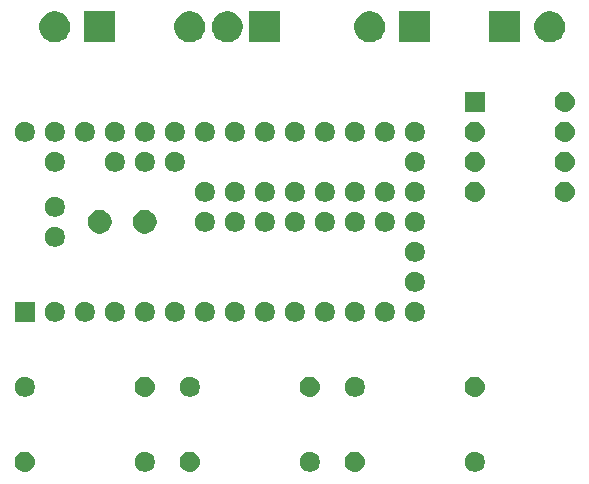
<source format=gts>
G04 #@! TF.GenerationSoftware,KiCad,Pcbnew,5.0.2-bee76a0~70~ubuntu18.04.1*
G04 #@! TF.CreationDate,2019-03-27T10:37:12-04:00*
G04 #@! TF.ProjectId,DAC,4441432e-6b69-4636-9164-5f7063625858,rev?*
G04 #@! TF.SameCoordinates,Original*
G04 #@! TF.FileFunction,Soldermask,Top*
G04 #@! TF.FilePolarity,Negative*
%FSLAX46Y46*%
G04 Gerber Fmt 4.6, Leading zero omitted, Abs format (unit mm)*
G04 Created by KiCad (PCBNEW 5.0.2-bee76a0~70~ubuntu18.04.1) date Wed 27 Mar 2019 10:37:12 AM EDT*
%MOMM*%
%LPD*%
G01*
G04 APERTURE LIST*
%ADD10C,0.100000*%
G04 APERTURE END LIST*
D10*
G36*
X54858228Y-55061703D02*
X55013100Y-55125853D01*
X55152481Y-55218985D01*
X55271015Y-55337519D01*
X55364147Y-55476900D01*
X55428297Y-55631772D01*
X55461000Y-55796184D01*
X55461000Y-55963816D01*
X55428297Y-56128228D01*
X55364147Y-56283100D01*
X55271015Y-56422481D01*
X55152481Y-56541015D01*
X55013100Y-56634147D01*
X54858228Y-56698297D01*
X54693816Y-56731000D01*
X54526184Y-56731000D01*
X54361772Y-56698297D01*
X54206900Y-56634147D01*
X54067519Y-56541015D01*
X53948985Y-56422481D01*
X53855853Y-56283100D01*
X53791703Y-56128228D01*
X53759000Y-55963816D01*
X53759000Y-55796184D01*
X53791703Y-55631772D01*
X53855853Y-55476900D01*
X53948985Y-55337519D01*
X54067519Y-55218985D01*
X54206900Y-55125853D01*
X54361772Y-55061703D01*
X54526184Y-55029000D01*
X54693816Y-55029000D01*
X54858228Y-55061703D01*
X54858228Y-55061703D01*
G37*
G36*
X16676821Y-55041313D02*
X16676824Y-55041314D01*
X16676825Y-55041314D01*
X16837239Y-55089975D01*
X16837241Y-55089976D01*
X16837244Y-55089977D01*
X16985078Y-55168995D01*
X17114659Y-55275341D01*
X17221005Y-55404922D01*
X17300023Y-55552756D01*
X17300024Y-55552759D01*
X17300025Y-55552761D01*
X17348686Y-55713175D01*
X17348687Y-55713179D01*
X17365117Y-55880000D01*
X17348687Y-56046821D01*
X17348686Y-56046824D01*
X17348686Y-56046825D01*
X17323993Y-56128228D01*
X17300023Y-56207244D01*
X17221005Y-56355078D01*
X17114659Y-56484659D01*
X16985078Y-56591005D01*
X16837244Y-56670023D01*
X16837241Y-56670024D01*
X16837239Y-56670025D01*
X16676825Y-56718686D01*
X16676824Y-56718686D01*
X16676821Y-56718687D01*
X16551804Y-56731000D01*
X16468196Y-56731000D01*
X16343179Y-56718687D01*
X16343176Y-56718686D01*
X16343175Y-56718686D01*
X16182761Y-56670025D01*
X16182759Y-56670024D01*
X16182756Y-56670023D01*
X16034922Y-56591005D01*
X15905341Y-56484659D01*
X15798995Y-56355078D01*
X15719977Y-56207244D01*
X15696008Y-56128228D01*
X15671314Y-56046825D01*
X15671314Y-56046824D01*
X15671313Y-56046821D01*
X15654883Y-55880000D01*
X15671313Y-55713179D01*
X15671314Y-55713175D01*
X15719975Y-55552761D01*
X15719976Y-55552759D01*
X15719977Y-55552756D01*
X15798995Y-55404922D01*
X15905341Y-55275341D01*
X16034922Y-55168995D01*
X16182756Y-55089977D01*
X16182759Y-55089976D01*
X16182761Y-55089975D01*
X16343175Y-55041314D01*
X16343176Y-55041314D01*
X16343179Y-55041313D01*
X16468196Y-55029000D01*
X16551804Y-55029000D01*
X16676821Y-55041313D01*
X16676821Y-55041313D01*
G37*
G36*
X40888228Y-55061703D02*
X41043100Y-55125853D01*
X41182481Y-55218985D01*
X41301015Y-55337519D01*
X41394147Y-55476900D01*
X41458297Y-55631772D01*
X41491000Y-55796184D01*
X41491000Y-55963816D01*
X41458297Y-56128228D01*
X41394147Y-56283100D01*
X41301015Y-56422481D01*
X41182481Y-56541015D01*
X41043100Y-56634147D01*
X40888228Y-56698297D01*
X40723816Y-56731000D01*
X40556184Y-56731000D01*
X40391772Y-56698297D01*
X40236900Y-56634147D01*
X40097519Y-56541015D01*
X39978985Y-56422481D01*
X39885853Y-56283100D01*
X39821703Y-56128228D01*
X39789000Y-55963816D01*
X39789000Y-55796184D01*
X39821703Y-55631772D01*
X39885853Y-55476900D01*
X39978985Y-55337519D01*
X40097519Y-55218985D01*
X40236900Y-55125853D01*
X40391772Y-55061703D01*
X40556184Y-55029000D01*
X40723816Y-55029000D01*
X40888228Y-55061703D01*
X40888228Y-55061703D01*
G37*
G36*
X30646821Y-55041313D02*
X30646824Y-55041314D01*
X30646825Y-55041314D01*
X30807239Y-55089975D01*
X30807241Y-55089976D01*
X30807244Y-55089977D01*
X30955078Y-55168995D01*
X31084659Y-55275341D01*
X31191005Y-55404922D01*
X31270023Y-55552756D01*
X31270024Y-55552759D01*
X31270025Y-55552761D01*
X31318686Y-55713175D01*
X31318687Y-55713179D01*
X31335117Y-55880000D01*
X31318687Y-56046821D01*
X31318686Y-56046824D01*
X31318686Y-56046825D01*
X31293993Y-56128228D01*
X31270023Y-56207244D01*
X31191005Y-56355078D01*
X31084659Y-56484659D01*
X30955078Y-56591005D01*
X30807244Y-56670023D01*
X30807241Y-56670024D01*
X30807239Y-56670025D01*
X30646825Y-56718686D01*
X30646824Y-56718686D01*
X30646821Y-56718687D01*
X30521804Y-56731000D01*
X30438196Y-56731000D01*
X30313179Y-56718687D01*
X30313176Y-56718686D01*
X30313175Y-56718686D01*
X30152761Y-56670025D01*
X30152759Y-56670024D01*
X30152756Y-56670023D01*
X30004922Y-56591005D01*
X29875341Y-56484659D01*
X29768995Y-56355078D01*
X29689977Y-56207244D01*
X29666008Y-56128228D01*
X29641314Y-56046825D01*
X29641314Y-56046824D01*
X29641313Y-56046821D01*
X29624883Y-55880000D01*
X29641313Y-55713179D01*
X29641314Y-55713175D01*
X29689975Y-55552761D01*
X29689976Y-55552759D01*
X29689977Y-55552756D01*
X29768995Y-55404922D01*
X29875341Y-55275341D01*
X30004922Y-55168995D01*
X30152756Y-55089977D01*
X30152759Y-55089976D01*
X30152761Y-55089975D01*
X30313175Y-55041314D01*
X30313176Y-55041314D01*
X30313179Y-55041313D01*
X30438196Y-55029000D01*
X30521804Y-55029000D01*
X30646821Y-55041313D01*
X30646821Y-55041313D01*
G37*
G36*
X44616821Y-55041313D02*
X44616824Y-55041314D01*
X44616825Y-55041314D01*
X44777239Y-55089975D01*
X44777241Y-55089976D01*
X44777244Y-55089977D01*
X44925078Y-55168995D01*
X45054659Y-55275341D01*
X45161005Y-55404922D01*
X45240023Y-55552756D01*
X45240024Y-55552759D01*
X45240025Y-55552761D01*
X45288686Y-55713175D01*
X45288687Y-55713179D01*
X45305117Y-55880000D01*
X45288687Y-56046821D01*
X45288686Y-56046824D01*
X45288686Y-56046825D01*
X45263993Y-56128228D01*
X45240023Y-56207244D01*
X45161005Y-56355078D01*
X45054659Y-56484659D01*
X44925078Y-56591005D01*
X44777244Y-56670023D01*
X44777241Y-56670024D01*
X44777239Y-56670025D01*
X44616825Y-56718686D01*
X44616824Y-56718686D01*
X44616821Y-56718687D01*
X44491804Y-56731000D01*
X44408196Y-56731000D01*
X44283179Y-56718687D01*
X44283176Y-56718686D01*
X44283175Y-56718686D01*
X44122761Y-56670025D01*
X44122759Y-56670024D01*
X44122756Y-56670023D01*
X43974922Y-56591005D01*
X43845341Y-56484659D01*
X43738995Y-56355078D01*
X43659977Y-56207244D01*
X43636008Y-56128228D01*
X43611314Y-56046825D01*
X43611314Y-56046824D01*
X43611313Y-56046821D01*
X43594883Y-55880000D01*
X43611313Y-55713179D01*
X43611314Y-55713175D01*
X43659975Y-55552761D01*
X43659976Y-55552759D01*
X43659977Y-55552756D01*
X43738995Y-55404922D01*
X43845341Y-55275341D01*
X43974922Y-55168995D01*
X44122756Y-55089977D01*
X44122759Y-55089976D01*
X44122761Y-55089975D01*
X44283175Y-55041314D01*
X44283176Y-55041314D01*
X44283179Y-55041313D01*
X44408196Y-55029000D01*
X44491804Y-55029000D01*
X44616821Y-55041313D01*
X44616821Y-55041313D01*
G37*
G36*
X26918228Y-55061703D02*
X27073100Y-55125853D01*
X27212481Y-55218985D01*
X27331015Y-55337519D01*
X27424147Y-55476900D01*
X27488297Y-55631772D01*
X27521000Y-55796184D01*
X27521000Y-55963816D01*
X27488297Y-56128228D01*
X27424147Y-56283100D01*
X27331015Y-56422481D01*
X27212481Y-56541015D01*
X27073100Y-56634147D01*
X26918228Y-56698297D01*
X26753816Y-56731000D01*
X26586184Y-56731000D01*
X26421772Y-56698297D01*
X26266900Y-56634147D01*
X26127519Y-56541015D01*
X26008985Y-56422481D01*
X25915853Y-56283100D01*
X25851703Y-56128228D01*
X25819000Y-55963816D01*
X25819000Y-55796184D01*
X25851703Y-55631772D01*
X25915853Y-55476900D01*
X26008985Y-55337519D01*
X26127519Y-55218985D01*
X26266900Y-55125853D01*
X26421772Y-55061703D01*
X26586184Y-55029000D01*
X26753816Y-55029000D01*
X26918228Y-55061703D01*
X26918228Y-55061703D01*
G37*
G36*
X40806821Y-48691313D02*
X40806824Y-48691314D01*
X40806825Y-48691314D01*
X40967239Y-48739975D01*
X40967241Y-48739976D01*
X40967244Y-48739977D01*
X41115078Y-48818995D01*
X41244659Y-48925341D01*
X41351005Y-49054922D01*
X41430023Y-49202756D01*
X41430024Y-49202759D01*
X41430025Y-49202761D01*
X41478686Y-49363175D01*
X41478687Y-49363179D01*
X41495117Y-49530000D01*
X41478687Y-49696821D01*
X41478686Y-49696824D01*
X41478686Y-49696825D01*
X41453993Y-49778228D01*
X41430023Y-49857244D01*
X41351005Y-50005078D01*
X41244659Y-50134659D01*
X41115078Y-50241005D01*
X40967244Y-50320023D01*
X40967241Y-50320024D01*
X40967239Y-50320025D01*
X40806825Y-50368686D01*
X40806824Y-50368686D01*
X40806821Y-50368687D01*
X40681804Y-50381000D01*
X40598196Y-50381000D01*
X40473179Y-50368687D01*
X40473176Y-50368686D01*
X40473175Y-50368686D01*
X40312761Y-50320025D01*
X40312759Y-50320024D01*
X40312756Y-50320023D01*
X40164922Y-50241005D01*
X40035341Y-50134659D01*
X39928995Y-50005078D01*
X39849977Y-49857244D01*
X39826008Y-49778228D01*
X39801314Y-49696825D01*
X39801314Y-49696824D01*
X39801313Y-49696821D01*
X39784883Y-49530000D01*
X39801313Y-49363179D01*
X39801314Y-49363175D01*
X39849975Y-49202761D01*
X39849976Y-49202759D01*
X39849977Y-49202756D01*
X39928995Y-49054922D01*
X40035341Y-48925341D01*
X40164922Y-48818995D01*
X40312756Y-48739977D01*
X40312759Y-48739976D01*
X40312761Y-48739975D01*
X40473175Y-48691314D01*
X40473176Y-48691314D01*
X40473179Y-48691313D01*
X40598196Y-48679000D01*
X40681804Y-48679000D01*
X40806821Y-48691313D01*
X40806821Y-48691313D01*
G37*
G36*
X54776821Y-48691313D02*
X54776824Y-48691314D01*
X54776825Y-48691314D01*
X54937239Y-48739975D01*
X54937241Y-48739976D01*
X54937244Y-48739977D01*
X55085078Y-48818995D01*
X55214659Y-48925341D01*
X55321005Y-49054922D01*
X55400023Y-49202756D01*
X55400024Y-49202759D01*
X55400025Y-49202761D01*
X55448686Y-49363175D01*
X55448687Y-49363179D01*
X55465117Y-49530000D01*
X55448687Y-49696821D01*
X55448686Y-49696824D01*
X55448686Y-49696825D01*
X55423993Y-49778228D01*
X55400023Y-49857244D01*
X55321005Y-50005078D01*
X55214659Y-50134659D01*
X55085078Y-50241005D01*
X54937244Y-50320023D01*
X54937241Y-50320024D01*
X54937239Y-50320025D01*
X54776825Y-50368686D01*
X54776824Y-50368686D01*
X54776821Y-50368687D01*
X54651804Y-50381000D01*
X54568196Y-50381000D01*
X54443179Y-50368687D01*
X54443176Y-50368686D01*
X54443175Y-50368686D01*
X54282761Y-50320025D01*
X54282759Y-50320024D01*
X54282756Y-50320023D01*
X54134922Y-50241005D01*
X54005341Y-50134659D01*
X53898995Y-50005078D01*
X53819977Y-49857244D01*
X53796008Y-49778228D01*
X53771314Y-49696825D01*
X53771314Y-49696824D01*
X53771313Y-49696821D01*
X53754883Y-49530000D01*
X53771313Y-49363179D01*
X53771314Y-49363175D01*
X53819975Y-49202761D01*
X53819976Y-49202759D01*
X53819977Y-49202756D01*
X53898995Y-49054922D01*
X54005341Y-48925341D01*
X54134922Y-48818995D01*
X54282756Y-48739977D01*
X54282759Y-48739976D01*
X54282761Y-48739975D01*
X54443175Y-48691314D01*
X54443176Y-48691314D01*
X54443179Y-48691313D01*
X54568196Y-48679000D01*
X54651804Y-48679000D01*
X54776821Y-48691313D01*
X54776821Y-48691313D01*
G37*
G36*
X30728228Y-48711703D02*
X30883100Y-48775853D01*
X31022481Y-48868985D01*
X31141015Y-48987519D01*
X31234147Y-49126900D01*
X31298297Y-49281772D01*
X31331000Y-49446184D01*
X31331000Y-49613816D01*
X31298297Y-49778228D01*
X31234147Y-49933100D01*
X31141015Y-50072481D01*
X31022481Y-50191015D01*
X30883100Y-50284147D01*
X30728228Y-50348297D01*
X30563816Y-50381000D01*
X30396184Y-50381000D01*
X30231772Y-50348297D01*
X30076900Y-50284147D01*
X29937519Y-50191015D01*
X29818985Y-50072481D01*
X29725853Y-49933100D01*
X29661703Y-49778228D01*
X29629000Y-49613816D01*
X29629000Y-49446184D01*
X29661703Y-49281772D01*
X29725853Y-49126900D01*
X29818985Y-48987519D01*
X29937519Y-48868985D01*
X30076900Y-48775853D01*
X30231772Y-48711703D01*
X30396184Y-48679000D01*
X30563816Y-48679000D01*
X30728228Y-48711703D01*
X30728228Y-48711703D01*
G37*
G36*
X26836821Y-48691313D02*
X26836824Y-48691314D01*
X26836825Y-48691314D01*
X26997239Y-48739975D01*
X26997241Y-48739976D01*
X26997244Y-48739977D01*
X27145078Y-48818995D01*
X27274659Y-48925341D01*
X27381005Y-49054922D01*
X27460023Y-49202756D01*
X27460024Y-49202759D01*
X27460025Y-49202761D01*
X27508686Y-49363175D01*
X27508687Y-49363179D01*
X27525117Y-49530000D01*
X27508687Y-49696821D01*
X27508686Y-49696824D01*
X27508686Y-49696825D01*
X27483993Y-49778228D01*
X27460023Y-49857244D01*
X27381005Y-50005078D01*
X27274659Y-50134659D01*
X27145078Y-50241005D01*
X26997244Y-50320023D01*
X26997241Y-50320024D01*
X26997239Y-50320025D01*
X26836825Y-50368686D01*
X26836824Y-50368686D01*
X26836821Y-50368687D01*
X26711804Y-50381000D01*
X26628196Y-50381000D01*
X26503179Y-50368687D01*
X26503176Y-50368686D01*
X26503175Y-50368686D01*
X26342761Y-50320025D01*
X26342759Y-50320024D01*
X26342756Y-50320023D01*
X26194922Y-50241005D01*
X26065341Y-50134659D01*
X25958995Y-50005078D01*
X25879977Y-49857244D01*
X25856008Y-49778228D01*
X25831314Y-49696825D01*
X25831314Y-49696824D01*
X25831313Y-49696821D01*
X25814883Y-49530000D01*
X25831313Y-49363179D01*
X25831314Y-49363175D01*
X25879975Y-49202761D01*
X25879976Y-49202759D01*
X25879977Y-49202756D01*
X25958995Y-49054922D01*
X26065341Y-48925341D01*
X26194922Y-48818995D01*
X26342756Y-48739977D01*
X26342759Y-48739976D01*
X26342761Y-48739975D01*
X26503175Y-48691314D01*
X26503176Y-48691314D01*
X26503179Y-48691313D01*
X26628196Y-48679000D01*
X26711804Y-48679000D01*
X26836821Y-48691313D01*
X26836821Y-48691313D01*
G37*
G36*
X16758228Y-48711703D02*
X16913100Y-48775853D01*
X17052481Y-48868985D01*
X17171015Y-48987519D01*
X17264147Y-49126900D01*
X17328297Y-49281772D01*
X17361000Y-49446184D01*
X17361000Y-49613816D01*
X17328297Y-49778228D01*
X17264147Y-49933100D01*
X17171015Y-50072481D01*
X17052481Y-50191015D01*
X16913100Y-50284147D01*
X16758228Y-50348297D01*
X16593816Y-50381000D01*
X16426184Y-50381000D01*
X16261772Y-50348297D01*
X16106900Y-50284147D01*
X15967519Y-50191015D01*
X15848985Y-50072481D01*
X15755853Y-49933100D01*
X15691703Y-49778228D01*
X15659000Y-49613816D01*
X15659000Y-49446184D01*
X15691703Y-49281772D01*
X15755853Y-49126900D01*
X15848985Y-48987519D01*
X15967519Y-48868985D01*
X16106900Y-48775853D01*
X16261772Y-48711703D01*
X16426184Y-48679000D01*
X16593816Y-48679000D01*
X16758228Y-48711703D01*
X16758228Y-48711703D01*
G37*
G36*
X44698228Y-48711703D02*
X44853100Y-48775853D01*
X44992481Y-48868985D01*
X45111015Y-48987519D01*
X45204147Y-49126900D01*
X45268297Y-49281772D01*
X45301000Y-49446184D01*
X45301000Y-49613816D01*
X45268297Y-49778228D01*
X45204147Y-49933100D01*
X45111015Y-50072481D01*
X44992481Y-50191015D01*
X44853100Y-50284147D01*
X44698228Y-50348297D01*
X44533816Y-50381000D01*
X44366184Y-50381000D01*
X44201772Y-50348297D01*
X44046900Y-50284147D01*
X43907519Y-50191015D01*
X43788985Y-50072481D01*
X43695853Y-49933100D01*
X43631703Y-49778228D01*
X43599000Y-49613816D01*
X43599000Y-49446184D01*
X43631703Y-49281772D01*
X43695853Y-49126900D01*
X43788985Y-48987519D01*
X43907519Y-48868985D01*
X44046900Y-48775853D01*
X44201772Y-48711703D01*
X44366184Y-48679000D01*
X44533816Y-48679000D01*
X44698228Y-48711703D01*
X44698228Y-48711703D01*
G37*
G36*
X19298228Y-42361703D02*
X19453100Y-42425853D01*
X19592481Y-42518985D01*
X19711015Y-42637519D01*
X19804147Y-42776900D01*
X19868297Y-42931772D01*
X19901000Y-43096184D01*
X19901000Y-43263816D01*
X19868297Y-43428228D01*
X19804147Y-43583100D01*
X19711015Y-43722481D01*
X19592481Y-43841015D01*
X19453100Y-43934147D01*
X19298228Y-43998297D01*
X19133816Y-44031000D01*
X18966184Y-44031000D01*
X18801772Y-43998297D01*
X18646900Y-43934147D01*
X18507519Y-43841015D01*
X18388985Y-43722481D01*
X18295853Y-43583100D01*
X18231703Y-43428228D01*
X18199000Y-43263816D01*
X18199000Y-43096184D01*
X18231703Y-42931772D01*
X18295853Y-42776900D01*
X18388985Y-42637519D01*
X18507519Y-42518985D01*
X18646900Y-42425853D01*
X18801772Y-42361703D01*
X18966184Y-42329000D01*
X19133816Y-42329000D01*
X19298228Y-42361703D01*
X19298228Y-42361703D01*
G37*
G36*
X49778228Y-42361703D02*
X49933100Y-42425853D01*
X50072481Y-42518985D01*
X50191015Y-42637519D01*
X50284147Y-42776900D01*
X50348297Y-42931772D01*
X50381000Y-43096184D01*
X50381000Y-43263816D01*
X50348297Y-43428228D01*
X50284147Y-43583100D01*
X50191015Y-43722481D01*
X50072481Y-43841015D01*
X49933100Y-43934147D01*
X49778228Y-43998297D01*
X49613816Y-44031000D01*
X49446184Y-44031000D01*
X49281772Y-43998297D01*
X49126900Y-43934147D01*
X48987519Y-43841015D01*
X48868985Y-43722481D01*
X48775853Y-43583100D01*
X48711703Y-43428228D01*
X48679000Y-43263816D01*
X48679000Y-43096184D01*
X48711703Y-42931772D01*
X48775853Y-42776900D01*
X48868985Y-42637519D01*
X48987519Y-42518985D01*
X49126900Y-42425853D01*
X49281772Y-42361703D01*
X49446184Y-42329000D01*
X49613816Y-42329000D01*
X49778228Y-42361703D01*
X49778228Y-42361703D01*
G37*
G36*
X47238228Y-42361703D02*
X47393100Y-42425853D01*
X47532481Y-42518985D01*
X47651015Y-42637519D01*
X47744147Y-42776900D01*
X47808297Y-42931772D01*
X47841000Y-43096184D01*
X47841000Y-43263816D01*
X47808297Y-43428228D01*
X47744147Y-43583100D01*
X47651015Y-43722481D01*
X47532481Y-43841015D01*
X47393100Y-43934147D01*
X47238228Y-43998297D01*
X47073816Y-44031000D01*
X46906184Y-44031000D01*
X46741772Y-43998297D01*
X46586900Y-43934147D01*
X46447519Y-43841015D01*
X46328985Y-43722481D01*
X46235853Y-43583100D01*
X46171703Y-43428228D01*
X46139000Y-43263816D01*
X46139000Y-43096184D01*
X46171703Y-42931772D01*
X46235853Y-42776900D01*
X46328985Y-42637519D01*
X46447519Y-42518985D01*
X46586900Y-42425853D01*
X46741772Y-42361703D01*
X46906184Y-42329000D01*
X47073816Y-42329000D01*
X47238228Y-42361703D01*
X47238228Y-42361703D01*
G37*
G36*
X17361000Y-44031000D02*
X15659000Y-44031000D01*
X15659000Y-42329000D01*
X17361000Y-42329000D01*
X17361000Y-44031000D01*
X17361000Y-44031000D01*
G37*
G36*
X21838228Y-42361703D02*
X21993100Y-42425853D01*
X22132481Y-42518985D01*
X22251015Y-42637519D01*
X22344147Y-42776900D01*
X22408297Y-42931772D01*
X22441000Y-43096184D01*
X22441000Y-43263816D01*
X22408297Y-43428228D01*
X22344147Y-43583100D01*
X22251015Y-43722481D01*
X22132481Y-43841015D01*
X21993100Y-43934147D01*
X21838228Y-43998297D01*
X21673816Y-44031000D01*
X21506184Y-44031000D01*
X21341772Y-43998297D01*
X21186900Y-43934147D01*
X21047519Y-43841015D01*
X20928985Y-43722481D01*
X20835853Y-43583100D01*
X20771703Y-43428228D01*
X20739000Y-43263816D01*
X20739000Y-43096184D01*
X20771703Y-42931772D01*
X20835853Y-42776900D01*
X20928985Y-42637519D01*
X21047519Y-42518985D01*
X21186900Y-42425853D01*
X21341772Y-42361703D01*
X21506184Y-42329000D01*
X21673816Y-42329000D01*
X21838228Y-42361703D01*
X21838228Y-42361703D01*
G37*
G36*
X24378228Y-42361703D02*
X24533100Y-42425853D01*
X24672481Y-42518985D01*
X24791015Y-42637519D01*
X24884147Y-42776900D01*
X24948297Y-42931772D01*
X24981000Y-43096184D01*
X24981000Y-43263816D01*
X24948297Y-43428228D01*
X24884147Y-43583100D01*
X24791015Y-43722481D01*
X24672481Y-43841015D01*
X24533100Y-43934147D01*
X24378228Y-43998297D01*
X24213816Y-44031000D01*
X24046184Y-44031000D01*
X23881772Y-43998297D01*
X23726900Y-43934147D01*
X23587519Y-43841015D01*
X23468985Y-43722481D01*
X23375853Y-43583100D01*
X23311703Y-43428228D01*
X23279000Y-43263816D01*
X23279000Y-43096184D01*
X23311703Y-42931772D01*
X23375853Y-42776900D01*
X23468985Y-42637519D01*
X23587519Y-42518985D01*
X23726900Y-42425853D01*
X23881772Y-42361703D01*
X24046184Y-42329000D01*
X24213816Y-42329000D01*
X24378228Y-42361703D01*
X24378228Y-42361703D01*
G37*
G36*
X26918228Y-42361703D02*
X27073100Y-42425853D01*
X27212481Y-42518985D01*
X27331015Y-42637519D01*
X27424147Y-42776900D01*
X27488297Y-42931772D01*
X27521000Y-43096184D01*
X27521000Y-43263816D01*
X27488297Y-43428228D01*
X27424147Y-43583100D01*
X27331015Y-43722481D01*
X27212481Y-43841015D01*
X27073100Y-43934147D01*
X26918228Y-43998297D01*
X26753816Y-44031000D01*
X26586184Y-44031000D01*
X26421772Y-43998297D01*
X26266900Y-43934147D01*
X26127519Y-43841015D01*
X26008985Y-43722481D01*
X25915853Y-43583100D01*
X25851703Y-43428228D01*
X25819000Y-43263816D01*
X25819000Y-43096184D01*
X25851703Y-42931772D01*
X25915853Y-42776900D01*
X26008985Y-42637519D01*
X26127519Y-42518985D01*
X26266900Y-42425853D01*
X26421772Y-42361703D01*
X26586184Y-42329000D01*
X26753816Y-42329000D01*
X26918228Y-42361703D01*
X26918228Y-42361703D01*
G37*
G36*
X31998228Y-42361703D02*
X32153100Y-42425853D01*
X32292481Y-42518985D01*
X32411015Y-42637519D01*
X32504147Y-42776900D01*
X32568297Y-42931772D01*
X32601000Y-43096184D01*
X32601000Y-43263816D01*
X32568297Y-43428228D01*
X32504147Y-43583100D01*
X32411015Y-43722481D01*
X32292481Y-43841015D01*
X32153100Y-43934147D01*
X31998228Y-43998297D01*
X31833816Y-44031000D01*
X31666184Y-44031000D01*
X31501772Y-43998297D01*
X31346900Y-43934147D01*
X31207519Y-43841015D01*
X31088985Y-43722481D01*
X30995853Y-43583100D01*
X30931703Y-43428228D01*
X30899000Y-43263816D01*
X30899000Y-43096184D01*
X30931703Y-42931772D01*
X30995853Y-42776900D01*
X31088985Y-42637519D01*
X31207519Y-42518985D01*
X31346900Y-42425853D01*
X31501772Y-42361703D01*
X31666184Y-42329000D01*
X31833816Y-42329000D01*
X31998228Y-42361703D01*
X31998228Y-42361703D01*
G37*
G36*
X34538228Y-42361703D02*
X34693100Y-42425853D01*
X34832481Y-42518985D01*
X34951015Y-42637519D01*
X35044147Y-42776900D01*
X35108297Y-42931772D01*
X35141000Y-43096184D01*
X35141000Y-43263816D01*
X35108297Y-43428228D01*
X35044147Y-43583100D01*
X34951015Y-43722481D01*
X34832481Y-43841015D01*
X34693100Y-43934147D01*
X34538228Y-43998297D01*
X34373816Y-44031000D01*
X34206184Y-44031000D01*
X34041772Y-43998297D01*
X33886900Y-43934147D01*
X33747519Y-43841015D01*
X33628985Y-43722481D01*
X33535853Y-43583100D01*
X33471703Y-43428228D01*
X33439000Y-43263816D01*
X33439000Y-43096184D01*
X33471703Y-42931772D01*
X33535853Y-42776900D01*
X33628985Y-42637519D01*
X33747519Y-42518985D01*
X33886900Y-42425853D01*
X34041772Y-42361703D01*
X34206184Y-42329000D01*
X34373816Y-42329000D01*
X34538228Y-42361703D01*
X34538228Y-42361703D01*
G37*
G36*
X44698228Y-42361703D02*
X44853100Y-42425853D01*
X44992481Y-42518985D01*
X45111015Y-42637519D01*
X45204147Y-42776900D01*
X45268297Y-42931772D01*
X45301000Y-43096184D01*
X45301000Y-43263816D01*
X45268297Y-43428228D01*
X45204147Y-43583100D01*
X45111015Y-43722481D01*
X44992481Y-43841015D01*
X44853100Y-43934147D01*
X44698228Y-43998297D01*
X44533816Y-44031000D01*
X44366184Y-44031000D01*
X44201772Y-43998297D01*
X44046900Y-43934147D01*
X43907519Y-43841015D01*
X43788985Y-43722481D01*
X43695853Y-43583100D01*
X43631703Y-43428228D01*
X43599000Y-43263816D01*
X43599000Y-43096184D01*
X43631703Y-42931772D01*
X43695853Y-42776900D01*
X43788985Y-42637519D01*
X43907519Y-42518985D01*
X44046900Y-42425853D01*
X44201772Y-42361703D01*
X44366184Y-42329000D01*
X44533816Y-42329000D01*
X44698228Y-42361703D01*
X44698228Y-42361703D01*
G37*
G36*
X37078228Y-42361703D02*
X37233100Y-42425853D01*
X37372481Y-42518985D01*
X37491015Y-42637519D01*
X37584147Y-42776900D01*
X37648297Y-42931772D01*
X37681000Y-43096184D01*
X37681000Y-43263816D01*
X37648297Y-43428228D01*
X37584147Y-43583100D01*
X37491015Y-43722481D01*
X37372481Y-43841015D01*
X37233100Y-43934147D01*
X37078228Y-43998297D01*
X36913816Y-44031000D01*
X36746184Y-44031000D01*
X36581772Y-43998297D01*
X36426900Y-43934147D01*
X36287519Y-43841015D01*
X36168985Y-43722481D01*
X36075853Y-43583100D01*
X36011703Y-43428228D01*
X35979000Y-43263816D01*
X35979000Y-43096184D01*
X36011703Y-42931772D01*
X36075853Y-42776900D01*
X36168985Y-42637519D01*
X36287519Y-42518985D01*
X36426900Y-42425853D01*
X36581772Y-42361703D01*
X36746184Y-42329000D01*
X36913816Y-42329000D01*
X37078228Y-42361703D01*
X37078228Y-42361703D01*
G37*
G36*
X39618228Y-42361703D02*
X39773100Y-42425853D01*
X39912481Y-42518985D01*
X40031015Y-42637519D01*
X40124147Y-42776900D01*
X40188297Y-42931772D01*
X40221000Y-43096184D01*
X40221000Y-43263816D01*
X40188297Y-43428228D01*
X40124147Y-43583100D01*
X40031015Y-43722481D01*
X39912481Y-43841015D01*
X39773100Y-43934147D01*
X39618228Y-43998297D01*
X39453816Y-44031000D01*
X39286184Y-44031000D01*
X39121772Y-43998297D01*
X38966900Y-43934147D01*
X38827519Y-43841015D01*
X38708985Y-43722481D01*
X38615853Y-43583100D01*
X38551703Y-43428228D01*
X38519000Y-43263816D01*
X38519000Y-43096184D01*
X38551703Y-42931772D01*
X38615853Y-42776900D01*
X38708985Y-42637519D01*
X38827519Y-42518985D01*
X38966900Y-42425853D01*
X39121772Y-42361703D01*
X39286184Y-42329000D01*
X39453816Y-42329000D01*
X39618228Y-42361703D01*
X39618228Y-42361703D01*
G37*
G36*
X42158228Y-42361703D02*
X42313100Y-42425853D01*
X42452481Y-42518985D01*
X42571015Y-42637519D01*
X42664147Y-42776900D01*
X42728297Y-42931772D01*
X42761000Y-43096184D01*
X42761000Y-43263816D01*
X42728297Y-43428228D01*
X42664147Y-43583100D01*
X42571015Y-43722481D01*
X42452481Y-43841015D01*
X42313100Y-43934147D01*
X42158228Y-43998297D01*
X41993816Y-44031000D01*
X41826184Y-44031000D01*
X41661772Y-43998297D01*
X41506900Y-43934147D01*
X41367519Y-43841015D01*
X41248985Y-43722481D01*
X41155853Y-43583100D01*
X41091703Y-43428228D01*
X41059000Y-43263816D01*
X41059000Y-43096184D01*
X41091703Y-42931772D01*
X41155853Y-42776900D01*
X41248985Y-42637519D01*
X41367519Y-42518985D01*
X41506900Y-42425853D01*
X41661772Y-42361703D01*
X41826184Y-42329000D01*
X41993816Y-42329000D01*
X42158228Y-42361703D01*
X42158228Y-42361703D01*
G37*
G36*
X29458228Y-42361703D02*
X29613100Y-42425853D01*
X29752481Y-42518985D01*
X29871015Y-42637519D01*
X29964147Y-42776900D01*
X30028297Y-42931772D01*
X30061000Y-43096184D01*
X30061000Y-43263816D01*
X30028297Y-43428228D01*
X29964147Y-43583100D01*
X29871015Y-43722481D01*
X29752481Y-43841015D01*
X29613100Y-43934147D01*
X29458228Y-43998297D01*
X29293816Y-44031000D01*
X29126184Y-44031000D01*
X28961772Y-43998297D01*
X28806900Y-43934147D01*
X28667519Y-43841015D01*
X28548985Y-43722481D01*
X28455853Y-43583100D01*
X28391703Y-43428228D01*
X28359000Y-43263816D01*
X28359000Y-43096184D01*
X28391703Y-42931772D01*
X28455853Y-42776900D01*
X28548985Y-42637519D01*
X28667519Y-42518985D01*
X28806900Y-42425853D01*
X28961772Y-42361703D01*
X29126184Y-42329000D01*
X29293816Y-42329000D01*
X29458228Y-42361703D01*
X29458228Y-42361703D01*
G37*
G36*
X49778228Y-39821703D02*
X49933100Y-39885853D01*
X50072481Y-39978985D01*
X50191015Y-40097519D01*
X50284147Y-40236900D01*
X50348297Y-40391772D01*
X50381000Y-40556184D01*
X50381000Y-40723816D01*
X50348297Y-40888228D01*
X50284147Y-41043100D01*
X50191015Y-41182481D01*
X50072481Y-41301015D01*
X49933100Y-41394147D01*
X49778228Y-41458297D01*
X49613816Y-41491000D01*
X49446184Y-41491000D01*
X49281772Y-41458297D01*
X49126900Y-41394147D01*
X48987519Y-41301015D01*
X48868985Y-41182481D01*
X48775853Y-41043100D01*
X48711703Y-40888228D01*
X48679000Y-40723816D01*
X48679000Y-40556184D01*
X48711703Y-40391772D01*
X48775853Y-40236900D01*
X48868985Y-40097519D01*
X48987519Y-39978985D01*
X49126900Y-39885853D01*
X49281772Y-39821703D01*
X49446184Y-39789000D01*
X49613816Y-39789000D01*
X49778228Y-39821703D01*
X49778228Y-39821703D01*
G37*
G36*
X49778228Y-37281703D02*
X49933100Y-37345853D01*
X50072481Y-37438985D01*
X50191015Y-37557519D01*
X50284147Y-37696900D01*
X50348297Y-37851772D01*
X50381000Y-38016184D01*
X50381000Y-38183816D01*
X50348297Y-38348228D01*
X50284147Y-38503100D01*
X50191015Y-38642481D01*
X50072481Y-38761015D01*
X49933100Y-38854147D01*
X49778228Y-38918297D01*
X49613816Y-38951000D01*
X49446184Y-38951000D01*
X49281772Y-38918297D01*
X49126900Y-38854147D01*
X48987519Y-38761015D01*
X48868985Y-38642481D01*
X48775853Y-38503100D01*
X48711703Y-38348228D01*
X48679000Y-38183816D01*
X48679000Y-38016184D01*
X48711703Y-37851772D01*
X48775853Y-37696900D01*
X48868985Y-37557519D01*
X48987519Y-37438985D01*
X49126900Y-37345853D01*
X49281772Y-37281703D01*
X49446184Y-37249000D01*
X49613816Y-37249000D01*
X49778228Y-37281703D01*
X49778228Y-37281703D01*
G37*
G36*
X19298228Y-36011703D02*
X19453100Y-36075853D01*
X19592481Y-36168985D01*
X19711015Y-36287519D01*
X19804147Y-36426900D01*
X19868297Y-36581772D01*
X19901000Y-36746184D01*
X19901000Y-36913816D01*
X19868297Y-37078228D01*
X19804147Y-37233100D01*
X19711015Y-37372481D01*
X19592481Y-37491015D01*
X19453100Y-37584147D01*
X19298228Y-37648297D01*
X19133816Y-37681000D01*
X18966184Y-37681000D01*
X18801772Y-37648297D01*
X18646900Y-37584147D01*
X18507519Y-37491015D01*
X18388985Y-37372481D01*
X18295853Y-37233100D01*
X18231703Y-37078228D01*
X18199000Y-36913816D01*
X18199000Y-36746184D01*
X18231703Y-36581772D01*
X18295853Y-36426900D01*
X18388985Y-36287519D01*
X18507519Y-36168985D01*
X18646900Y-36075853D01*
X18801772Y-36011703D01*
X18966184Y-35979000D01*
X19133816Y-35979000D01*
X19298228Y-36011703D01*
X19298228Y-36011703D01*
G37*
G36*
X26961981Y-34597468D02*
X27144150Y-34672925D01*
X27308103Y-34782475D01*
X27447525Y-34921897D01*
X27557075Y-35085850D01*
X27632532Y-35268019D01*
X27671000Y-35461410D01*
X27671000Y-35658590D01*
X27632532Y-35851981D01*
X27557075Y-36034150D01*
X27447525Y-36198103D01*
X27308103Y-36337525D01*
X27144150Y-36447075D01*
X26961981Y-36522532D01*
X26768590Y-36561000D01*
X26571410Y-36561000D01*
X26378019Y-36522532D01*
X26195850Y-36447075D01*
X26031897Y-36337525D01*
X25892475Y-36198103D01*
X25782925Y-36034150D01*
X25707468Y-35851981D01*
X25669000Y-35658590D01*
X25669000Y-35461410D01*
X25707468Y-35268019D01*
X25782925Y-35085850D01*
X25892475Y-34921897D01*
X26031897Y-34782475D01*
X26195850Y-34672925D01*
X26378019Y-34597468D01*
X26571410Y-34559000D01*
X26768590Y-34559000D01*
X26961981Y-34597468D01*
X26961981Y-34597468D01*
G37*
G36*
X23151981Y-34597468D02*
X23334150Y-34672925D01*
X23498103Y-34782475D01*
X23637525Y-34921897D01*
X23747075Y-35085850D01*
X23822532Y-35268019D01*
X23861000Y-35461410D01*
X23861000Y-35658590D01*
X23822532Y-35851981D01*
X23747075Y-36034150D01*
X23637525Y-36198103D01*
X23498103Y-36337525D01*
X23334150Y-36447075D01*
X23151981Y-36522532D01*
X22958590Y-36561000D01*
X22761410Y-36561000D01*
X22568019Y-36522532D01*
X22385850Y-36447075D01*
X22221897Y-36337525D01*
X22082475Y-36198103D01*
X21972925Y-36034150D01*
X21897468Y-35851981D01*
X21859000Y-35658590D01*
X21859000Y-35461410D01*
X21897468Y-35268019D01*
X21972925Y-35085850D01*
X22082475Y-34921897D01*
X22221897Y-34782475D01*
X22385850Y-34672925D01*
X22568019Y-34597468D01*
X22761410Y-34559000D01*
X22958590Y-34559000D01*
X23151981Y-34597468D01*
X23151981Y-34597468D01*
G37*
G36*
X47238228Y-34741703D02*
X47393100Y-34805853D01*
X47532481Y-34898985D01*
X47651015Y-35017519D01*
X47744147Y-35156900D01*
X47808297Y-35311772D01*
X47841000Y-35476184D01*
X47841000Y-35643816D01*
X47808297Y-35808228D01*
X47744147Y-35963100D01*
X47651015Y-36102481D01*
X47532481Y-36221015D01*
X47393100Y-36314147D01*
X47238228Y-36378297D01*
X47073816Y-36411000D01*
X46906184Y-36411000D01*
X46741772Y-36378297D01*
X46586900Y-36314147D01*
X46447519Y-36221015D01*
X46328985Y-36102481D01*
X46235853Y-35963100D01*
X46171703Y-35808228D01*
X46139000Y-35643816D01*
X46139000Y-35476184D01*
X46171703Y-35311772D01*
X46235853Y-35156900D01*
X46328985Y-35017519D01*
X46447519Y-34898985D01*
X46586900Y-34805853D01*
X46741772Y-34741703D01*
X46906184Y-34709000D01*
X47073816Y-34709000D01*
X47238228Y-34741703D01*
X47238228Y-34741703D01*
G37*
G36*
X37078228Y-34741703D02*
X37233100Y-34805853D01*
X37372481Y-34898985D01*
X37491015Y-35017519D01*
X37584147Y-35156900D01*
X37648297Y-35311772D01*
X37681000Y-35476184D01*
X37681000Y-35643816D01*
X37648297Y-35808228D01*
X37584147Y-35963100D01*
X37491015Y-36102481D01*
X37372481Y-36221015D01*
X37233100Y-36314147D01*
X37078228Y-36378297D01*
X36913816Y-36411000D01*
X36746184Y-36411000D01*
X36581772Y-36378297D01*
X36426900Y-36314147D01*
X36287519Y-36221015D01*
X36168985Y-36102481D01*
X36075853Y-35963100D01*
X36011703Y-35808228D01*
X35979000Y-35643816D01*
X35979000Y-35476184D01*
X36011703Y-35311772D01*
X36075853Y-35156900D01*
X36168985Y-35017519D01*
X36287519Y-34898985D01*
X36426900Y-34805853D01*
X36581772Y-34741703D01*
X36746184Y-34709000D01*
X36913816Y-34709000D01*
X37078228Y-34741703D01*
X37078228Y-34741703D01*
G37*
G36*
X34538228Y-34741703D02*
X34693100Y-34805853D01*
X34832481Y-34898985D01*
X34951015Y-35017519D01*
X35044147Y-35156900D01*
X35108297Y-35311772D01*
X35141000Y-35476184D01*
X35141000Y-35643816D01*
X35108297Y-35808228D01*
X35044147Y-35963100D01*
X34951015Y-36102481D01*
X34832481Y-36221015D01*
X34693100Y-36314147D01*
X34538228Y-36378297D01*
X34373816Y-36411000D01*
X34206184Y-36411000D01*
X34041772Y-36378297D01*
X33886900Y-36314147D01*
X33747519Y-36221015D01*
X33628985Y-36102481D01*
X33535853Y-35963100D01*
X33471703Y-35808228D01*
X33439000Y-35643816D01*
X33439000Y-35476184D01*
X33471703Y-35311772D01*
X33535853Y-35156900D01*
X33628985Y-35017519D01*
X33747519Y-34898985D01*
X33886900Y-34805853D01*
X34041772Y-34741703D01*
X34206184Y-34709000D01*
X34373816Y-34709000D01*
X34538228Y-34741703D01*
X34538228Y-34741703D01*
G37*
G36*
X31998228Y-34741703D02*
X32153100Y-34805853D01*
X32292481Y-34898985D01*
X32411015Y-35017519D01*
X32504147Y-35156900D01*
X32568297Y-35311772D01*
X32601000Y-35476184D01*
X32601000Y-35643816D01*
X32568297Y-35808228D01*
X32504147Y-35963100D01*
X32411015Y-36102481D01*
X32292481Y-36221015D01*
X32153100Y-36314147D01*
X31998228Y-36378297D01*
X31833816Y-36411000D01*
X31666184Y-36411000D01*
X31501772Y-36378297D01*
X31346900Y-36314147D01*
X31207519Y-36221015D01*
X31088985Y-36102481D01*
X30995853Y-35963100D01*
X30931703Y-35808228D01*
X30899000Y-35643816D01*
X30899000Y-35476184D01*
X30931703Y-35311772D01*
X30995853Y-35156900D01*
X31088985Y-35017519D01*
X31207519Y-34898985D01*
X31346900Y-34805853D01*
X31501772Y-34741703D01*
X31666184Y-34709000D01*
X31833816Y-34709000D01*
X31998228Y-34741703D01*
X31998228Y-34741703D01*
G37*
G36*
X49778228Y-34741703D02*
X49933100Y-34805853D01*
X50072481Y-34898985D01*
X50191015Y-35017519D01*
X50284147Y-35156900D01*
X50348297Y-35311772D01*
X50381000Y-35476184D01*
X50381000Y-35643816D01*
X50348297Y-35808228D01*
X50284147Y-35963100D01*
X50191015Y-36102481D01*
X50072481Y-36221015D01*
X49933100Y-36314147D01*
X49778228Y-36378297D01*
X49613816Y-36411000D01*
X49446184Y-36411000D01*
X49281772Y-36378297D01*
X49126900Y-36314147D01*
X48987519Y-36221015D01*
X48868985Y-36102481D01*
X48775853Y-35963100D01*
X48711703Y-35808228D01*
X48679000Y-35643816D01*
X48679000Y-35476184D01*
X48711703Y-35311772D01*
X48775853Y-35156900D01*
X48868985Y-35017519D01*
X48987519Y-34898985D01*
X49126900Y-34805853D01*
X49281772Y-34741703D01*
X49446184Y-34709000D01*
X49613816Y-34709000D01*
X49778228Y-34741703D01*
X49778228Y-34741703D01*
G37*
G36*
X42158228Y-34741703D02*
X42313100Y-34805853D01*
X42452481Y-34898985D01*
X42571015Y-35017519D01*
X42664147Y-35156900D01*
X42728297Y-35311772D01*
X42761000Y-35476184D01*
X42761000Y-35643816D01*
X42728297Y-35808228D01*
X42664147Y-35963100D01*
X42571015Y-36102481D01*
X42452481Y-36221015D01*
X42313100Y-36314147D01*
X42158228Y-36378297D01*
X41993816Y-36411000D01*
X41826184Y-36411000D01*
X41661772Y-36378297D01*
X41506900Y-36314147D01*
X41367519Y-36221015D01*
X41248985Y-36102481D01*
X41155853Y-35963100D01*
X41091703Y-35808228D01*
X41059000Y-35643816D01*
X41059000Y-35476184D01*
X41091703Y-35311772D01*
X41155853Y-35156900D01*
X41248985Y-35017519D01*
X41367519Y-34898985D01*
X41506900Y-34805853D01*
X41661772Y-34741703D01*
X41826184Y-34709000D01*
X41993816Y-34709000D01*
X42158228Y-34741703D01*
X42158228Y-34741703D01*
G37*
G36*
X44698228Y-34741703D02*
X44853100Y-34805853D01*
X44992481Y-34898985D01*
X45111015Y-35017519D01*
X45204147Y-35156900D01*
X45268297Y-35311772D01*
X45301000Y-35476184D01*
X45301000Y-35643816D01*
X45268297Y-35808228D01*
X45204147Y-35963100D01*
X45111015Y-36102481D01*
X44992481Y-36221015D01*
X44853100Y-36314147D01*
X44698228Y-36378297D01*
X44533816Y-36411000D01*
X44366184Y-36411000D01*
X44201772Y-36378297D01*
X44046900Y-36314147D01*
X43907519Y-36221015D01*
X43788985Y-36102481D01*
X43695853Y-35963100D01*
X43631703Y-35808228D01*
X43599000Y-35643816D01*
X43599000Y-35476184D01*
X43631703Y-35311772D01*
X43695853Y-35156900D01*
X43788985Y-35017519D01*
X43907519Y-34898985D01*
X44046900Y-34805853D01*
X44201772Y-34741703D01*
X44366184Y-34709000D01*
X44533816Y-34709000D01*
X44698228Y-34741703D01*
X44698228Y-34741703D01*
G37*
G36*
X39618228Y-34741703D02*
X39773100Y-34805853D01*
X39912481Y-34898985D01*
X40031015Y-35017519D01*
X40124147Y-35156900D01*
X40188297Y-35311772D01*
X40221000Y-35476184D01*
X40221000Y-35643816D01*
X40188297Y-35808228D01*
X40124147Y-35963100D01*
X40031015Y-36102481D01*
X39912481Y-36221015D01*
X39773100Y-36314147D01*
X39618228Y-36378297D01*
X39453816Y-36411000D01*
X39286184Y-36411000D01*
X39121772Y-36378297D01*
X38966900Y-36314147D01*
X38827519Y-36221015D01*
X38708985Y-36102481D01*
X38615853Y-35963100D01*
X38551703Y-35808228D01*
X38519000Y-35643816D01*
X38519000Y-35476184D01*
X38551703Y-35311772D01*
X38615853Y-35156900D01*
X38708985Y-35017519D01*
X38827519Y-34898985D01*
X38966900Y-34805853D01*
X39121772Y-34741703D01*
X39286184Y-34709000D01*
X39453816Y-34709000D01*
X39618228Y-34741703D01*
X39618228Y-34741703D01*
G37*
G36*
X19298228Y-33471703D02*
X19453100Y-33535853D01*
X19592481Y-33628985D01*
X19711015Y-33747519D01*
X19804147Y-33886900D01*
X19868297Y-34041772D01*
X19901000Y-34206184D01*
X19901000Y-34373816D01*
X19868297Y-34538228D01*
X19804147Y-34693100D01*
X19711015Y-34832481D01*
X19592481Y-34951015D01*
X19453100Y-35044147D01*
X19298228Y-35108297D01*
X19133816Y-35141000D01*
X18966184Y-35141000D01*
X18801772Y-35108297D01*
X18646900Y-35044147D01*
X18507519Y-34951015D01*
X18388985Y-34832481D01*
X18295853Y-34693100D01*
X18231703Y-34538228D01*
X18199000Y-34373816D01*
X18199000Y-34206184D01*
X18231703Y-34041772D01*
X18295853Y-33886900D01*
X18388985Y-33747519D01*
X18507519Y-33628985D01*
X18646900Y-33535853D01*
X18801772Y-33471703D01*
X18966184Y-33439000D01*
X19133816Y-33439000D01*
X19298228Y-33471703D01*
X19298228Y-33471703D01*
G37*
G36*
X62396821Y-32181313D02*
X62396824Y-32181314D01*
X62396825Y-32181314D01*
X62557239Y-32229975D01*
X62557241Y-32229976D01*
X62557244Y-32229977D01*
X62705078Y-32308995D01*
X62834659Y-32415341D01*
X62941005Y-32544922D01*
X63020023Y-32692756D01*
X63020024Y-32692759D01*
X63020025Y-32692761D01*
X63068686Y-32853175D01*
X63068687Y-32853179D01*
X63085117Y-33020000D01*
X63068687Y-33186821D01*
X63068686Y-33186824D01*
X63068686Y-33186825D01*
X63043993Y-33268228D01*
X63020023Y-33347244D01*
X62941005Y-33495078D01*
X62834659Y-33624659D01*
X62705078Y-33731005D01*
X62557244Y-33810023D01*
X62557241Y-33810024D01*
X62557239Y-33810025D01*
X62396825Y-33858686D01*
X62396824Y-33858686D01*
X62396821Y-33858687D01*
X62271804Y-33871000D01*
X62188196Y-33871000D01*
X62063179Y-33858687D01*
X62063176Y-33858686D01*
X62063175Y-33858686D01*
X61902761Y-33810025D01*
X61902759Y-33810024D01*
X61902756Y-33810023D01*
X61754922Y-33731005D01*
X61625341Y-33624659D01*
X61518995Y-33495078D01*
X61439977Y-33347244D01*
X61416008Y-33268228D01*
X61391314Y-33186825D01*
X61391314Y-33186824D01*
X61391313Y-33186821D01*
X61374883Y-33020000D01*
X61391313Y-32853179D01*
X61391314Y-32853175D01*
X61439975Y-32692761D01*
X61439976Y-32692759D01*
X61439977Y-32692756D01*
X61518995Y-32544922D01*
X61625341Y-32415341D01*
X61754922Y-32308995D01*
X61902756Y-32229977D01*
X61902759Y-32229976D01*
X61902761Y-32229975D01*
X62063175Y-32181314D01*
X62063176Y-32181314D01*
X62063179Y-32181313D01*
X62188196Y-32169000D01*
X62271804Y-32169000D01*
X62396821Y-32181313D01*
X62396821Y-32181313D01*
G37*
G36*
X49778228Y-32201703D02*
X49933100Y-32265853D01*
X50072481Y-32358985D01*
X50191015Y-32477519D01*
X50284147Y-32616900D01*
X50348297Y-32771772D01*
X50381000Y-32936184D01*
X50381000Y-33103816D01*
X50348297Y-33268228D01*
X50284147Y-33423100D01*
X50191015Y-33562481D01*
X50072481Y-33681015D01*
X49933100Y-33774147D01*
X49778228Y-33838297D01*
X49613816Y-33871000D01*
X49446184Y-33871000D01*
X49281772Y-33838297D01*
X49126900Y-33774147D01*
X48987519Y-33681015D01*
X48868985Y-33562481D01*
X48775853Y-33423100D01*
X48711703Y-33268228D01*
X48679000Y-33103816D01*
X48679000Y-32936184D01*
X48711703Y-32771772D01*
X48775853Y-32616900D01*
X48868985Y-32477519D01*
X48987519Y-32358985D01*
X49126900Y-32265853D01*
X49281772Y-32201703D01*
X49446184Y-32169000D01*
X49613816Y-32169000D01*
X49778228Y-32201703D01*
X49778228Y-32201703D01*
G37*
G36*
X39618228Y-32201703D02*
X39773100Y-32265853D01*
X39912481Y-32358985D01*
X40031015Y-32477519D01*
X40124147Y-32616900D01*
X40188297Y-32771772D01*
X40221000Y-32936184D01*
X40221000Y-33103816D01*
X40188297Y-33268228D01*
X40124147Y-33423100D01*
X40031015Y-33562481D01*
X39912481Y-33681015D01*
X39773100Y-33774147D01*
X39618228Y-33838297D01*
X39453816Y-33871000D01*
X39286184Y-33871000D01*
X39121772Y-33838297D01*
X38966900Y-33774147D01*
X38827519Y-33681015D01*
X38708985Y-33562481D01*
X38615853Y-33423100D01*
X38551703Y-33268228D01*
X38519000Y-33103816D01*
X38519000Y-32936184D01*
X38551703Y-32771772D01*
X38615853Y-32616900D01*
X38708985Y-32477519D01*
X38827519Y-32358985D01*
X38966900Y-32265853D01*
X39121772Y-32201703D01*
X39286184Y-32169000D01*
X39453816Y-32169000D01*
X39618228Y-32201703D01*
X39618228Y-32201703D01*
G37*
G36*
X54776821Y-32181313D02*
X54776824Y-32181314D01*
X54776825Y-32181314D01*
X54937239Y-32229975D01*
X54937241Y-32229976D01*
X54937244Y-32229977D01*
X55085078Y-32308995D01*
X55214659Y-32415341D01*
X55321005Y-32544922D01*
X55400023Y-32692756D01*
X55400024Y-32692759D01*
X55400025Y-32692761D01*
X55448686Y-32853175D01*
X55448687Y-32853179D01*
X55465117Y-33020000D01*
X55448687Y-33186821D01*
X55448686Y-33186824D01*
X55448686Y-33186825D01*
X55423993Y-33268228D01*
X55400023Y-33347244D01*
X55321005Y-33495078D01*
X55214659Y-33624659D01*
X55085078Y-33731005D01*
X54937244Y-33810023D01*
X54937241Y-33810024D01*
X54937239Y-33810025D01*
X54776825Y-33858686D01*
X54776824Y-33858686D01*
X54776821Y-33858687D01*
X54651804Y-33871000D01*
X54568196Y-33871000D01*
X54443179Y-33858687D01*
X54443176Y-33858686D01*
X54443175Y-33858686D01*
X54282761Y-33810025D01*
X54282759Y-33810024D01*
X54282756Y-33810023D01*
X54134922Y-33731005D01*
X54005341Y-33624659D01*
X53898995Y-33495078D01*
X53819977Y-33347244D01*
X53796008Y-33268228D01*
X53771314Y-33186825D01*
X53771314Y-33186824D01*
X53771313Y-33186821D01*
X53754883Y-33020000D01*
X53771313Y-32853179D01*
X53771314Y-32853175D01*
X53819975Y-32692761D01*
X53819976Y-32692759D01*
X53819977Y-32692756D01*
X53898995Y-32544922D01*
X54005341Y-32415341D01*
X54134922Y-32308995D01*
X54282756Y-32229977D01*
X54282759Y-32229976D01*
X54282761Y-32229975D01*
X54443175Y-32181314D01*
X54443176Y-32181314D01*
X54443179Y-32181313D01*
X54568196Y-32169000D01*
X54651804Y-32169000D01*
X54776821Y-32181313D01*
X54776821Y-32181313D01*
G37*
G36*
X31998228Y-32201703D02*
X32153100Y-32265853D01*
X32292481Y-32358985D01*
X32411015Y-32477519D01*
X32504147Y-32616900D01*
X32568297Y-32771772D01*
X32601000Y-32936184D01*
X32601000Y-33103816D01*
X32568297Y-33268228D01*
X32504147Y-33423100D01*
X32411015Y-33562481D01*
X32292481Y-33681015D01*
X32153100Y-33774147D01*
X31998228Y-33838297D01*
X31833816Y-33871000D01*
X31666184Y-33871000D01*
X31501772Y-33838297D01*
X31346900Y-33774147D01*
X31207519Y-33681015D01*
X31088985Y-33562481D01*
X30995853Y-33423100D01*
X30931703Y-33268228D01*
X30899000Y-33103816D01*
X30899000Y-32936184D01*
X30931703Y-32771772D01*
X30995853Y-32616900D01*
X31088985Y-32477519D01*
X31207519Y-32358985D01*
X31346900Y-32265853D01*
X31501772Y-32201703D01*
X31666184Y-32169000D01*
X31833816Y-32169000D01*
X31998228Y-32201703D01*
X31998228Y-32201703D01*
G37*
G36*
X34538228Y-32201703D02*
X34693100Y-32265853D01*
X34832481Y-32358985D01*
X34951015Y-32477519D01*
X35044147Y-32616900D01*
X35108297Y-32771772D01*
X35141000Y-32936184D01*
X35141000Y-33103816D01*
X35108297Y-33268228D01*
X35044147Y-33423100D01*
X34951015Y-33562481D01*
X34832481Y-33681015D01*
X34693100Y-33774147D01*
X34538228Y-33838297D01*
X34373816Y-33871000D01*
X34206184Y-33871000D01*
X34041772Y-33838297D01*
X33886900Y-33774147D01*
X33747519Y-33681015D01*
X33628985Y-33562481D01*
X33535853Y-33423100D01*
X33471703Y-33268228D01*
X33439000Y-33103816D01*
X33439000Y-32936184D01*
X33471703Y-32771772D01*
X33535853Y-32616900D01*
X33628985Y-32477519D01*
X33747519Y-32358985D01*
X33886900Y-32265853D01*
X34041772Y-32201703D01*
X34206184Y-32169000D01*
X34373816Y-32169000D01*
X34538228Y-32201703D01*
X34538228Y-32201703D01*
G37*
G36*
X42158228Y-32201703D02*
X42313100Y-32265853D01*
X42452481Y-32358985D01*
X42571015Y-32477519D01*
X42664147Y-32616900D01*
X42728297Y-32771772D01*
X42761000Y-32936184D01*
X42761000Y-33103816D01*
X42728297Y-33268228D01*
X42664147Y-33423100D01*
X42571015Y-33562481D01*
X42452481Y-33681015D01*
X42313100Y-33774147D01*
X42158228Y-33838297D01*
X41993816Y-33871000D01*
X41826184Y-33871000D01*
X41661772Y-33838297D01*
X41506900Y-33774147D01*
X41367519Y-33681015D01*
X41248985Y-33562481D01*
X41155853Y-33423100D01*
X41091703Y-33268228D01*
X41059000Y-33103816D01*
X41059000Y-32936184D01*
X41091703Y-32771772D01*
X41155853Y-32616900D01*
X41248985Y-32477519D01*
X41367519Y-32358985D01*
X41506900Y-32265853D01*
X41661772Y-32201703D01*
X41826184Y-32169000D01*
X41993816Y-32169000D01*
X42158228Y-32201703D01*
X42158228Y-32201703D01*
G37*
G36*
X44698228Y-32201703D02*
X44853100Y-32265853D01*
X44992481Y-32358985D01*
X45111015Y-32477519D01*
X45204147Y-32616900D01*
X45268297Y-32771772D01*
X45301000Y-32936184D01*
X45301000Y-33103816D01*
X45268297Y-33268228D01*
X45204147Y-33423100D01*
X45111015Y-33562481D01*
X44992481Y-33681015D01*
X44853100Y-33774147D01*
X44698228Y-33838297D01*
X44533816Y-33871000D01*
X44366184Y-33871000D01*
X44201772Y-33838297D01*
X44046900Y-33774147D01*
X43907519Y-33681015D01*
X43788985Y-33562481D01*
X43695853Y-33423100D01*
X43631703Y-33268228D01*
X43599000Y-33103816D01*
X43599000Y-32936184D01*
X43631703Y-32771772D01*
X43695853Y-32616900D01*
X43788985Y-32477519D01*
X43907519Y-32358985D01*
X44046900Y-32265853D01*
X44201772Y-32201703D01*
X44366184Y-32169000D01*
X44533816Y-32169000D01*
X44698228Y-32201703D01*
X44698228Y-32201703D01*
G37*
G36*
X37078228Y-32201703D02*
X37233100Y-32265853D01*
X37372481Y-32358985D01*
X37491015Y-32477519D01*
X37584147Y-32616900D01*
X37648297Y-32771772D01*
X37681000Y-32936184D01*
X37681000Y-33103816D01*
X37648297Y-33268228D01*
X37584147Y-33423100D01*
X37491015Y-33562481D01*
X37372481Y-33681015D01*
X37233100Y-33774147D01*
X37078228Y-33838297D01*
X36913816Y-33871000D01*
X36746184Y-33871000D01*
X36581772Y-33838297D01*
X36426900Y-33774147D01*
X36287519Y-33681015D01*
X36168985Y-33562481D01*
X36075853Y-33423100D01*
X36011703Y-33268228D01*
X35979000Y-33103816D01*
X35979000Y-32936184D01*
X36011703Y-32771772D01*
X36075853Y-32616900D01*
X36168985Y-32477519D01*
X36287519Y-32358985D01*
X36426900Y-32265853D01*
X36581772Y-32201703D01*
X36746184Y-32169000D01*
X36913816Y-32169000D01*
X37078228Y-32201703D01*
X37078228Y-32201703D01*
G37*
G36*
X47238228Y-32201703D02*
X47393100Y-32265853D01*
X47532481Y-32358985D01*
X47651015Y-32477519D01*
X47744147Y-32616900D01*
X47808297Y-32771772D01*
X47841000Y-32936184D01*
X47841000Y-33103816D01*
X47808297Y-33268228D01*
X47744147Y-33423100D01*
X47651015Y-33562481D01*
X47532481Y-33681015D01*
X47393100Y-33774147D01*
X47238228Y-33838297D01*
X47073816Y-33871000D01*
X46906184Y-33871000D01*
X46741772Y-33838297D01*
X46586900Y-33774147D01*
X46447519Y-33681015D01*
X46328985Y-33562481D01*
X46235853Y-33423100D01*
X46171703Y-33268228D01*
X46139000Y-33103816D01*
X46139000Y-32936184D01*
X46171703Y-32771772D01*
X46235853Y-32616900D01*
X46328985Y-32477519D01*
X46447519Y-32358985D01*
X46586900Y-32265853D01*
X46741772Y-32201703D01*
X46906184Y-32169000D01*
X47073816Y-32169000D01*
X47238228Y-32201703D01*
X47238228Y-32201703D01*
G37*
G36*
X62396821Y-29641313D02*
X62396824Y-29641314D01*
X62396825Y-29641314D01*
X62557239Y-29689975D01*
X62557241Y-29689976D01*
X62557244Y-29689977D01*
X62705078Y-29768995D01*
X62834659Y-29875341D01*
X62941005Y-30004922D01*
X63020023Y-30152756D01*
X63020024Y-30152759D01*
X63020025Y-30152761D01*
X63068686Y-30313175D01*
X63068687Y-30313179D01*
X63085117Y-30480000D01*
X63068687Y-30646821D01*
X63068686Y-30646824D01*
X63068686Y-30646825D01*
X63043993Y-30728228D01*
X63020023Y-30807244D01*
X62941005Y-30955078D01*
X62834659Y-31084659D01*
X62705078Y-31191005D01*
X62557244Y-31270023D01*
X62557241Y-31270024D01*
X62557239Y-31270025D01*
X62396825Y-31318686D01*
X62396824Y-31318686D01*
X62396821Y-31318687D01*
X62271804Y-31331000D01*
X62188196Y-31331000D01*
X62063179Y-31318687D01*
X62063176Y-31318686D01*
X62063175Y-31318686D01*
X61902761Y-31270025D01*
X61902759Y-31270024D01*
X61902756Y-31270023D01*
X61754922Y-31191005D01*
X61625341Y-31084659D01*
X61518995Y-30955078D01*
X61439977Y-30807244D01*
X61416008Y-30728228D01*
X61391314Y-30646825D01*
X61391314Y-30646824D01*
X61391313Y-30646821D01*
X61374883Y-30480000D01*
X61391313Y-30313179D01*
X61391314Y-30313175D01*
X61439975Y-30152761D01*
X61439976Y-30152759D01*
X61439977Y-30152756D01*
X61518995Y-30004922D01*
X61625341Y-29875341D01*
X61754922Y-29768995D01*
X61902756Y-29689977D01*
X61902759Y-29689976D01*
X61902761Y-29689975D01*
X62063175Y-29641314D01*
X62063176Y-29641314D01*
X62063179Y-29641313D01*
X62188196Y-29629000D01*
X62271804Y-29629000D01*
X62396821Y-29641313D01*
X62396821Y-29641313D01*
G37*
G36*
X54776821Y-29641313D02*
X54776824Y-29641314D01*
X54776825Y-29641314D01*
X54937239Y-29689975D01*
X54937241Y-29689976D01*
X54937244Y-29689977D01*
X55085078Y-29768995D01*
X55214659Y-29875341D01*
X55321005Y-30004922D01*
X55400023Y-30152756D01*
X55400024Y-30152759D01*
X55400025Y-30152761D01*
X55448686Y-30313175D01*
X55448687Y-30313179D01*
X55465117Y-30480000D01*
X55448687Y-30646821D01*
X55448686Y-30646824D01*
X55448686Y-30646825D01*
X55423993Y-30728228D01*
X55400023Y-30807244D01*
X55321005Y-30955078D01*
X55214659Y-31084659D01*
X55085078Y-31191005D01*
X54937244Y-31270023D01*
X54937241Y-31270024D01*
X54937239Y-31270025D01*
X54776825Y-31318686D01*
X54776824Y-31318686D01*
X54776821Y-31318687D01*
X54651804Y-31331000D01*
X54568196Y-31331000D01*
X54443179Y-31318687D01*
X54443176Y-31318686D01*
X54443175Y-31318686D01*
X54282761Y-31270025D01*
X54282759Y-31270024D01*
X54282756Y-31270023D01*
X54134922Y-31191005D01*
X54005341Y-31084659D01*
X53898995Y-30955078D01*
X53819977Y-30807244D01*
X53796008Y-30728228D01*
X53771314Y-30646825D01*
X53771314Y-30646824D01*
X53771313Y-30646821D01*
X53754883Y-30480000D01*
X53771313Y-30313179D01*
X53771314Y-30313175D01*
X53819975Y-30152761D01*
X53819976Y-30152759D01*
X53819977Y-30152756D01*
X53898995Y-30004922D01*
X54005341Y-29875341D01*
X54134922Y-29768995D01*
X54282756Y-29689977D01*
X54282759Y-29689976D01*
X54282761Y-29689975D01*
X54443175Y-29641314D01*
X54443176Y-29641314D01*
X54443179Y-29641313D01*
X54568196Y-29629000D01*
X54651804Y-29629000D01*
X54776821Y-29641313D01*
X54776821Y-29641313D01*
G37*
G36*
X49778228Y-29661703D02*
X49933100Y-29725853D01*
X50072481Y-29818985D01*
X50191015Y-29937519D01*
X50284147Y-30076900D01*
X50348297Y-30231772D01*
X50381000Y-30396184D01*
X50381000Y-30563816D01*
X50348297Y-30728228D01*
X50284147Y-30883100D01*
X50191015Y-31022481D01*
X50072481Y-31141015D01*
X49933100Y-31234147D01*
X49778228Y-31298297D01*
X49613816Y-31331000D01*
X49446184Y-31331000D01*
X49281772Y-31298297D01*
X49126900Y-31234147D01*
X48987519Y-31141015D01*
X48868985Y-31022481D01*
X48775853Y-30883100D01*
X48711703Y-30728228D01*
X48679000Y-30563816D01*
X48679000Y-30396184D01*
X48711703Y-30231772D01*
X48775853Y-30076900D01*
X48868985Y-29937519D01*
X48987519Y-29818985D01*
X49126900Y-29725853D01*
X49281772Y-29661703D01*
X49446184Y-29629000D01*
X49613816Y-29629000D01*
X49778228Y-29661703D01*
X49778228Y-29661703D01*
G37*
G36*
X29458228Y-29661703D02*
X29613100Y-29725853D01*
X29752481Y-29818985D01*
X29871015Y-29937519D01*
X29964147Y-30076900D01*
X30028297Y-30231772D01*
X30061000Y-30396184D01*
X30061000Y-30563816D01*
X30028297Y-30728228D01*
X29964147Y-30883100D01*
X29871015Y-31022481D01*
X29752481Y-31141015D01*
X29613100Y-31234147D01*
X29458228Y-31298297D01*
X29293816Y-31331000D01*
X29126184Y-31331000D01*
X28961772Y-31298297D01*
X28806900Y-31234147D01*
X28667519Y-31141015D01*
X28548985Y-31022481D01*
X28455853Y-30883100D01*
X28391703Y-30728228D01*
X28359000Y-30563816D01*
X28359000Y-30396184D01*
X28391703Y-30231772D01*
X28455853Y-30076900D01*
X28548985Y-29937519D01*
X28667519Y-29818985D01*
X28806900Y-29725853D01*
X28961772Y-29661703D01*
X29126184Y-29629000D01*
X29293816Y-29629000D01*
X29458228Y-29661703D01*
X29458228Y-29661703D01*
G37*
G36*
X26918228Y-29661703D02*
X27073100Y-29725853D01*
X27212481Y-29818985D01*
X27331015Y-29937519D01*
X27424147Y-30076900D01*
X27488297Y-30231772D01*
X27521000Y-30396184D01*
X27521000Y-30563816D01*
X27488297Y-30728228D01*
X27424147Y-30883100D01*
X27331015Y-31022481D01*
X27212481Y-31141015D01*
X27073100Y-31234147D01*
X26918228Y-31298297D01*
X26753816Y-31331000D01*
X26586184Y-31331000D01*
X26421772Y-31298297D01*
X26266900Y-31234147D01*
X26127519Y-31141015D01*
X26008985Y-31022481D01*
X25915853Y-30883100D01*
X25851703Y-30728228D01*
X25819000Y-30563816D01*
X25819000Y-30396184D01*
X25851703Y-30231772D01*
X25915853Y-30076900D01*
X26008985Y-29937519D01*
X26127519Y-29818985D01*
X26266900Y-29725853D01*
X26421772Y-29661703D01*
X26586184Y-29629000D01*
X26753816Y-29629000D01*
X26918228Y-29661703D01*
X26918228Y-29661703D01*
G37*
G36*
X24378228Y-29661703D02*
X24533100Y-29725853D01*
X24672481Y-29818985D01*
X24791015Y-29937519D01*
X24884147Y-30076900D01*
X24948297Y-30231772D01*
X24981000Y-30396184D01*
X24981000Y-30563816D01*
X24948297Y-30728228D01*
X24884147Y-30883100D01*
X24791015Y-31022481D01*
X24672481Y-31141015D01*
X24533100Y-31234147D01*
X24378228Y-31298297D01*
X24213816Y-31331000D01*
X24046184Y-31331000D01*
X23881772Y-31298297D01*
X23726900Y-31234147D01*
X23587519Y-31141015D01*
X23468985Y-31022481D01*
X23375853Y-30883100D01*
X23311703Y-30728228D01*
X23279000Y-30563816D01*
X23279000Y-30396184D01*
X23311703Y-30231772D01*
X23375853Y-30076900D01*
X23468985Y-29937519D01*
X23587519Y-29818985D01*
X23726900Y-29725853D01*
X23881772Y-29661703D01*
X24046184Y-29629000D01*
X24213816Y-29629000D01*
X24378228Y-29661703D01*
X24378228Y-29661703D01*
G37*
G36*
X19298228Y-29661703D02*
X19453100Y-29725853D01*
X19592481Y-29818985D01*
X19711015Y-29937519D01*
X19804147Y-30076900D01*
X19868297Y-30231772D01*
X19901000Y-30396184D01*
X19901000Y-30563816D01*
X19868297Y-30728228D01*
X19804147Y-30883100D01*
X19711015Y-31022481D01*
X19592481Y-31141015D01*
X19453100Y-31234147D01*
X19298228Y-31298297D01*
X19133816Y-31331000D01*
X18966184Y-31331000D01*
X18801772Y-31298297D01*
X18646900Y-31234147D01*
X18507519Y-31141015D01*
X18388985Y-31022481D01*
X18295853Y-30883100D01*
X18231703Y-30728228D01*
X18199000Y-30563816D01*
X18199000Y-30396184D01*
X18231703Y-30231772D01*
X18295853Y-30076900D01*
X18388985Y-29937519D01*
X18507519Y-29818985D01*
X18646900Y-29725853D01*
X18801772Y-29661703D01*
X18966184Y-29629000D01*
X19133816Y-29629000D01*
X19298228Y-29661703D01*
X19298228Y-29661703D01*
G37*
G36*
X37078228Y-27121703D02*
X37233100Y-27185853D01*
X37372481Y-27278985D01*
X37491015Y-27397519D01*
X37584147Y-27536900D01*
X37648297Y-27691772D01*
X37681000Y-27856184D01*
X37681000Y-28023816D01*
X37648297Y-28188228D01*
X37584147Y-28343100D01*
X37491015Y-28482481D01*
X37372481Y-28601015D01*
X37233100Y-28694147D01*
X37078228Y-28758297D01*
X36913816Y-28791000D01*
X36746184Y-28791000D01*
X36581772Y-28758297D01*
X36426900Y-28694147D01*
X36287519Y-28601015D01*
X36168985Y-28482481D01*
X36075853Y-28343100D01*
X36011703Y-28188228D01*
X35979000Y-28023816D01*
X35979000Y-27856184D01*
X36011703Y-27691772D01*
X36075853Y-27536900D01*
X36168985Y-27397519D01*
X36287519Y-27278985D01*
X36426900Y-27185853D01*
X36581772Y-27121703D01*
X36746184Y-27089000D01*
X36913816Y-27089000D01*
X37078228Y-27121703D01*
X37078228Y-27121703D01*
G37*
G36*
X39618228Y-27121703D02*
X39773100Y-27185853D01*
X39912481Y-27278985D01*
X40031015Y-27397519D01*
X40124147Y-27536900D01*
X40188297Y-27691772D01*
X40221000Y-27856184D01*
X40221000Y-28023816D01*
X40188297Y-28188228D01*
X40124147Y-28343100D01*
X40031015Y-28482481D01*
X39912481Y-28601015D01*
X39773100Y-28694147D01*
X39618228Y-28758297D01*
X39453816Y-28791000D01*
X39286184Y-28791000D01*
X39121772Y-28758297D01*
X38966900Y-28694147D01*
X38827519Y-28601015D01*
X38708985Y-28482481D01*
X38615853Y-28343100D01*
X38551703Y-28188228D01*
X38519000Y-28023816D01*
X38519000Y-27856184D01*
X38551703Y-27691772D01*
X38615853Y-27536900D01*
X38708985Y-27397519D01*
X38827519Y-27278985D01*
X38966900Y-27185853D01*
X39121772Y-27121703D01*
X39286184Y-27089000D01*
X39453816Y-27089000D01*
X39618228Y-27121703D01*
X39618228Y-27121703D01*
G37*
G36*
X42158228Y-27121703D02*
X42313100Y-27185853D01*
X42452481Y-27278985D01*
X42571015Y-27397519D01*
X42664147Y-27536900D01*
X42728297Y-27691772D01*
X42761000Y-27856184D01*
X42761000Y-28023816D01*
X42728297Y-28188228D01*
X42664147Y-28343100D01*
X42571015Y-28482481D01*
X42452481Y-28601015D01*
X42313100Y-28694147D01*
X42158228Y-28758297D01*
X41993816Y-28791000D01*
X41826184Y-28791000D01*
X41661772Y-28758297D01*
X41506900Y-28694147D01*
X41367519Y-28601015D01*
X41248985Y-28482481D01*
X41155853Y-28343100D01*
X41091703Y-28188228D01*
X41059000Y-28023816D01*
X41059000Y-27856184D01*
X41091703Y-27691772D01*
X41155853Y-27536900D01*
X41248985Y-27397519D01*
X41367519Y-27278985D01*
X41506900Y-27185853D01*
X41661772Y-27121703D01*
X41826184Y-27089000D01*
X41993816Y-27089000D01*
X42158228Y-27121703D01*
X42158228Y-27121703D01*
G37*
G36*
X44698228Y-27121703D02*
X44853100Y-27185853D01*
X44992481Y-27278985D01*
X45111015Y-27397519D01*
X45204147Y-27536900D01*
X45268297Y-27691772D01*
X45301000Y-27856184D01*
X45301000Y-28023816D01*
X45268297Y-28188228D01*
X45204147Y-28343100D01*
X45111015Y-28482481D01*
X44992481Y-28601015D01*
X44853100Y-28694147D01*
X44698228Y-28758297D01*
X44533816Y-28791000D01*
X44366184Y-28791000D01*
X44201772Y-28758297D01*
X44046900Y-28694147D01*
X43907519Y-28601015D01*
X43788985Y-28482481D01*
X43695853Y-28343100D01*
X43631703Y-28188228D01*
X43599000Y-28023816D01*
X43599000Y-27856184D01*
X43631703Y-27691772D01*
X43695853Y-27536900D01*
X43788985Y-27397519D01*
X43907519Y-27278985D01*
X44046900Y-27185853D01*
X44201772Y-27121703D01*
X44366184Y-27089000D01*
X44533816Y-27089000D01*
X44698228Y-27121703D01*
X44698228Y-27121703D01*
G37*
G36*
X47238228Y-27121703D02*
X47393100Y-27185853D01*
X47532481Y-27278985D01*
X47651015Y-27397519D01*
X47744147Y-27536900D01*
X47808297Y-27691772D01*
X47841000Y-27856184D01*
X47841000Y-28023816D01*
X47808297Y-28188228D01*
X47744147Y-28343100D01*
X47651015Y-28482481D01*
X47532481Y-28601015D01*
X47393100Y-28694147D01*
X47238228Y-28758297D01*
X47073816Y-28791000D01*
X46906184Y-28791000D01*
X46741772Y-28758297D01*
X46586900Y-28694147D01*
X46447519Y-28601015D01*
X46328985Y-28482481D01*
X46235853Y-28343100D01*
X46171703Y-28188228D01*
X46139000Y-28023816D01*
X46139000Y-27856184D01*
X46171703Y-27691772D01*
X46235853Y-27536900D01*
X46328985Y-27397519D01*
X46447519Y-27278985D01*
X46586900Y-27185853D01*
X46741772Y-27121703D01*
X46906184Y-27089000D01*
X47073816Y-27089000D01*
X47238228Y-27121703D01*
X47238228Y-27121703D01*
G37*
G36*
X31998228Y-27121703D02*
X32153100Y-27185853D01*
X32292481Y-27278985D01*
X32411015Y-27397519D01*
X32504147Y-27536900D01*
X32568297Y-27691772D01*
X32601000Y-27856184D01*
X32601000Y-28023816D01*
X32568297Y-28188228D01*
X32504147Y-28343100D01*
X32411015Y-28482481D01*
X32292481Y-28601015D01*
X32153100Y-28694147D01*
X31998228Y-28758297D01*
X31833816Y-28791000D01*
X31666184Y-28791000D01*
X31501772Y-28758297D01*
X31346900Y-28694147D01*
X31207519Y-28601015D01*
X31088985Y-28482481D01*
X30995853Y-28343100D01*
X30931703Y-28188228D01*
X30899000Y-28023816D01*
X30899000Y-27856184D01*
X30931703Y-27691772D01*
X30995853Y-27536900D01*
X31088985Y-27397519D01*
X31207519Y-27278985D01*
X31346900Y-27185853D01*
X31501772Y-27121703D01*
X31666184Y-27089000D01*
X31833816Y-27089000D01*
X31998228Y-27121703D01*
X31998228Y-27121703D01*
G37*
G36*
X29458228Y-27121703D02*
X29613100Y-27185853D01*
X29752481Y-27278985D01*
X29871015Y-27397519D01*
X29964147Y-27536900D01*
X30028297Y-27691772D01*
X30061000Y-27856184D01*
X30061000Y-28023816D01*
X30028297Y-28188228D01*
X29964147Y-28343100D01*
X29871015Y-28482481D01*
X29752481Y-28601015D01*
X29613100Y-28694147D01*
X29458228Y-28758297D01*
X29293816Y-28791000D01*
X29126184Y-28791000D01*
X28961772Y-28758297D01*
X28806900Y-28694147D01*
X28667519Y-28601015D01*
X28548985Y-28482481D01*
X28455853Y-28343100D01*
X28391703Y-28188228D01*
X28359000Y-28023816D01*
X28359000Y-27856184D01*
X28391703Y-27691772D01*
X28455853Y-27536900D01*
X28548985Y-27397519D01*
X28667519Y-27278985D01*
X28806900Y-27185853D01*
X28961772Y-27121703D01*
X29126184Y-27089000D01*
X29293816Y-27089000D01*
X29458228Y-27121703D01*
X29458228Y-27121703D01*
G37*
G36*
X16758228Y-27121703D02*
X16913100Y-27185853D01*
X17052481Y-27278985D01*
X17171015Y-27397519D01*
X17264147Y-27536900D01*
X17328297Y-27691772D01*
X17361000Y-27856184D01*
X17361000Y-28023816D01*
X17328297Y-28188228D01*
X17264147Y-28343100D01*
X17171015Y-28482481D01*
X17052481Y-28601015D01*
X16913100Y-28694147D01*
X16758228Y-28758297D01*
X16593816Y-28791000D01*
X16426184Y-28791000D01*
X16261772Y-28758297D01*
X16106900Y-28694147D01*
X15967519Y-28601015D01*
X15848985Y-28482481D01*
X15755853Y-28343100D01*
X15691703Y-28188228D01*
X15659000Y-28023816D01*
X15659000Y-27856184D01*
X15691703Y-27691772D01*
X15755853Y-27536900D01*
X15848985Y-27397519D01*
X15967519Y-27278985D01*
X16106900Y-27185853D01*
X16261772Y-27121703D01*
X16426184Y-27089000D01*
X16593816Y-27089000D01*
X16758228Y-27121703D01*
X16758228Y-27121703D01*
G37*
G36*
X24378228Y-27121703D02*
X24533100Y-27185853D01*
X24672481Y-27278985D01*
X24791015Y-27397519D01*
X24884147Y-27536900D01*
X24948297Y-27691772D01*
X24981000Y-27856184D01*
X24981000Y-28023816D01*
X24948297Y-28188228D01*
X24884147Y-28343100D01*
X24791015Y-28482481D01*
X24672481Y-28601015D01*
X24533100Y-28694147D01*
X24378228Y-28758297D01*
X24213816Y-28791000D01*
X24046184Y-28791000D01*
X23881772Y-28758297D01*
X23726900Y-28694147D01*
X23587519Y-28601015D01*
X23468985Y-28482481D01*
X23375853Y-28343100D01*
X23311703Y-28188228D01*
X23279000Y-28023816D01*
X23279000Y-27856184D01*
X23311703Y-27691772D01*
X23375853Y-27536900D01*
X23468985Y-27397519D01*
X23587519Y-27278985D01*
X23726900Y-27185853D01*
X23881772Y-27121703D01*
X24046184Y-27089000D01*
X24213816Y-27089000D01*
X24378228Y-27121703D01*
X24378228Y-27121703D01*
G37*
G36*
X49778228Y-27121703D02*
X49933100Y-27185853D01*
X50072481Y-27278985D01*
X50191015Y-27397519D01*
X50284147Y-27536900D01*
X50348297Y-27691772D01*
X50381000Y-27856184D01*
X50381000Y-28023816D01*
X50348297Y-28188228D01*
X50284147Y-28343100D01*
X50191015Y-28482481D01*
X50072481Y-28601015D01*
X49933100Y-28694147D01*
X49778228Y-28758297D01*
X49613816Y-28791000D01*
X49446184Y-28791000D01*
X49281772Y-28758297D01*
X49126900Y-28694147D01*
X48987519Y-28601015D01*
X48868985Y-28482481D01*
X48775853Y-28343100D01*
X48711703Y-28188228D01*
X48679000Y-28023816D01*
X48679000Y-27856184D01*
X48711703Y-27691772D01*
X48775853Y-27536900D01*
X48868985Y-27397519D01*
X48987519Y-27278985D01*
X49126900Y-27185853D01*
X49281772Y-27121703D01*
X49446184Y-27089000D01*
X49613816Y-27089000D01*
X49778228Y-27121703D01*
X49778228Y-27121703D01*
G37*
G36*
X26918228Y-27121703D02*
X27073100Y-27185853D01*
X27212481Y-27278985D01*
X27331015Y-27397519D01*
X27424147Y-27536900D01*
X27488297Y-27691772D01*
X27521000Y-27856184D01*
X27521000Y-28023816D01*
X27488297Y-28188228D01*
X27424147Y-28343100D01*
X27331015Y-28482481D01*
X27212481Y-28601015D01*
X27073100Y-28694147D01*
X26918228Y-28758297D01*
X26753816Y-28791000D01*
X26586184Y-28791000D01*
X26421772Y-28758297D01*
X26266900Y-28694147D01*
X26127519Y-28601015D01*
X26008985Y-28482481D01*
X25915853Y-28343100D01*
X25851703Y-28188228D01*
X25819000Y-28023816D01*
X25819000Y-27856184D01*
X25851703Y-27691772D01*
X25915853Y-27536900D01*
X26008985Y-27397519D01*
X26127519Y-27278985D01*
X26266900Y-27185853D01*
X26421772Y-27121703D01*
X26586184Y-27089000D01*
X26753816Y-27089000D01*
X26918228Y-27121703D01*
X26918228Y-27121703D01*
G37*
G36*
X34538228Y-27121703D02*
X34693100Y-27185853D01*
X34832481Y-27278985D01*
X34951015Y-27397519D01*
X35044147Y-27536900D01*
X35108297Y-27691772D01*
X35141000Y-27856184D01*
X35141000Y-28023816D01*
X35108297Y-28188228D01*
X35044147Y-28343100D01*
X34951015Y-28482481D01*
X34832481Y-28601015D01*
X34693100Y-28694147D01*
X34538228Y-28758297D01*
X34373816Y-28791000D01*
X34206184Y-28791000D01*
X34041772Y-28758297D01*
X33886900Y-28694147D01*
X33747519Y-28601015D01*
X33628985Y-28482481D01*
X33535853Y-28343100D01*
X33471703Y-28188228D01*
X33439000Y-28023816D01*
X33439000Y-27856184D01*
X33471703Y-27691772D01*
X33535853Y-27536900D01*
X33628985Y-27397519D01*
X33747519Y-27278985D01*
X33886900Y-27185853D01*
X34041772Y-27121703D01*
X34206184Y-27089000D01*
X34373816Y-27089000D01*
X34538228Y-27121703D01*
X34538228Y-27121703D01*
G37*
G36*
X54776821Y-27101313D02*
X54776824Y-27101314D01*
X54776825Y-27101314D01*
X54937239Y-27149975D01*
X54937241Y-27149976D01*
X54937244Y-27149977D01*
X55085078Y-27228995D01*
X55214659Y-27335341D01*
X55321005Y-27464922D01*
X55400023Y-27612756D01*
X55400024Y-27612759D01*
X55400025Y-27612761D01*
X55448686Y-27773175D01*
X55448687Y-27773179D01*
X55465117Y-27940000D01*
X55448687Y-28106821D01*
X55448686Y-28106824D01*
X55448686Y-28106825D01*
X55423993Y-28188228D01*
X55400023Y-28267244D01*
X55321005Y-28415078D01*
X55214659Y-28544659D01*
X55085078Y-28651005D01*
X54937244Y-28730023D01*
X54937241Y-28730024D01*
X54937239Y-28730025D01*
X54776825Y-28778686D01*
X54776824Y-28778686D01*
X54776821Y-28778687D01*
X54651804Y-28791000D01*
X54568196Y-28791000D01*
X54443179Y-28778687D01*
X54443176Y-28778686D01*
X54443175Y-28778686D01*
X54282761Y-28730025D01*
X54282759Y-28730024D01*
X54282756Y-28730023D01*
X54134922Y-28651005D01*
X54005341Y-28544659D01*
X53898995Y-28415078D01*
X53819977Y-28267244D01*
X53796008Y-28188228D01*
X53771314Y-28106825D01*
X53771314Y-28106824D01*
X53771313Y-28106821D01*
X53754883Y-27940000D01*
X53771313Y-27773179D01*
X53771314Y-27773175D01*
X53819975Y-27612761D01*
X53819976Y-27612759D01*
X53819977Y-27612756D01*
X53898995Y-27464922D01*
X54005341Y-27335341D01*
X54134922Y-27228995D01*
X54282756Y-27149977D01*
X54282759Y-27149976D01*
X54282761Y-27149975D01*
X54443175Y-27101314D01*
X54443176Y-27101314D01*
X54443179Y-27101313D01*
X54568196Y-27089000D01*
X54651804Y-27089000D01*
X54776821Y-27101313D01*
X54776821Y-27101313D01*
G37*
G36*
X19298228Y-27121703D02*
X19453100Y-27185853D01*
X19592481Y-27278985D01*
X19711015Y-27397519D01*
X19804147Y-27536900D01*
X19868297Y-27691772D01*
X19901000Y-27856184D01*
X19901000Y-28023816D01*
X19868297Y-28188228D01*
X19804147Y-28343100D01*
X19711015Y-28482481D01*
X19592481Y-28601015D01*
X19453100Y-28694147D01*
X19298228Y-28758297D01*
X19133816Y-28791000D01*
X18966184Y-28791000D01*
X18801772Y-28758297D01*
X18646900Y-28694147D01*
X18507519Y-28601015D01*
X18388985Y-28482481D01*
X18295853Y-28343100D01*
X18231703Y-28188228D01*
X18199000Y-28023816D01*
X18199000Y-27856184D01*
X18231703Y-27691772D01*
X18295853Y-27536900D01*
X18388985Y-27397519D01*
X18507519Y-27278985D01*
X18646900Y-27185853D01*
X18801772Y-27121703D01*
X18966184Y-27089000D01*
X19133816Y-27089000D01*
X19298228Y-27121703D01*
X19298228Y-27121703D01*
G37*
G36*
X62396821Y-27101313D02*
X62396824Y-27101314D01*
X62396825Y-27101314D01*
X62557239Y-27149975D01*
X62557241Y-27149976D01*
X62557244Y-27149977D01*
X62705078Y-27228995D01*
X62834659Y-27335341D01*
X62941005Y-27464922D01*
X63020023Y-27612756D01*
X63020024Y-27612759D01*
X63020025Y-27612761D01*
X63068686Y-27773175D01*
X63068687Y-27773179D01*
X63085117Y-27940000D01*
X63068687Y-28106821D01*
X63068686Y-28106824D01*
X63068686Y-28106825D01*
X63043993Y-28188228D01*
X63020023Y-28267244D01*
X62941005Y-28415078D01*
X62834659Y-28544659D01*
X62705078Y-28651005D01*
X62557244Y-28730023D01*
X62557241Y-28730024D01*
X62557239Y-28730025D01*
X62396825Y-28778686D01*
X62396824Y-28778686D01*
X62396821Y-28778687D01*
X62271804Y-28791000D01*
X62188196Y-28791000D01*
X62063179Y-28778687D01*
X62063176Y-28778686D01*
X62063175Y-28778686D01*
X61902761Y-28730025D01*
X61902759Y-28730024D01*
X61902756Y-28730023D01*
X61754922Y-28651005D01*
X61625341Y-28544659D01*
X61518995Y-28415078D01*
X61439977Y-28267244D01*
X61416008Y-28188228D01*
X61391314Y-28106825D01*
X61391314Y-28106824D01*
X61391313Y-28106821D01*
X61374883Y-27940000D01*
X61391313Y-27773179D01*
X61391314Y-27773175D01*
X61439975Y-27612761D01*
X61439976Y-27612759D01*
X61439977Y-27612756D01*
X61518995Y-27464922D01*
X61625341Y-27335341D01*
X61754922Y-27228995D01*
X61902756Y-27149977D01*
X61902759Y-27149976D01*
X61902761Y-27149975D01*
X62063175Y-27101314D01*
X62063176Y-27101314D01*
X62063179Y-27101313D01*
X62188196Y-27089000D01*
X62271804Y-27089000D01*
X62396821Y-27101313D01*
X62396821Y-27101313D01*
G37*
G36*
X21838228Y-27121703D02*
X21993100Y-27185853D01*
X22132481Y-27278985D01*
X22251015Y-27397519D01*
X22344147Y-27536900D01*
X22408297Y-27691772D01*
X22441000Y-27856184D01*
X22441000Y-28023816D01*
X22408297Y-28188228D01*
X22344147Y-28343100D01*
X22251015Y-28482481D01*
X22132481Y-28601015D01*
X21993100Y-28694147D01*
X21838228Y-28758297D01*
X21673816Y-28791000D01*
X21506184Y-28791000D01*
X21341772Y-28758297D01*
X21186900Y-28694147D01*
X21047519Y-28601015D01*
X20928985Y-28482481D01*
X20835853Y-28343100D01*
X20771703Y-28188228D01*
X20739000Y-28023816D01*
X20739000Y-27856184D01*
X20771703Y-27691772D01*
X20835853Y-27536900D01*
X20928985Y-27397519D01*
X21047519Y-27278985D01*
X21186900Y-27185853D01*
X21341772Y-27121703D01*
X21506184Y-27089000D01*
X21673816Y-27089000D01*
X21838228Y-27121703D01*
X21838228Y-27121703D01*
G37*
G36*
X55461000Y-26251000D02*
X53759000Y-26251000D01*
X53759000Y-24549000D01*
X55461000Y-24549000D01*
X55461000Y-26251000D01*
X55461000Y-26251000D01*
G37*
G36*
X62396821Y-24561313D02*
X62396824Y-24561314D01*
X62396825Y-24561314D01*
X62557239Y-24609975D01*
X62557241Y-24609976D01*
X62557244Y-24609977D01*
X62705078Y-24688995D01*
X62834659Y-24795341D01*
X62941005Y-24924922D01*
X63020023Y-25072756D01*
X63068687Y-25233179D01*
X63085117Y-25400000D01*
X63068687Y-25566821D01*
X63020023Y-25727244D01*
X62941005Y-25875078D01*
X62834659Y-26004659D01*
X62705078Y-26111005D01*
X62557244Y-26190023D01*
X62557241Y-26190024D01*
X62557239Y-26190025D01*
X62396825Y-26238686D01*
X62396824Y-26238686D01*
X62396821Y-26238687D01*
X62271804Y-26251000D01*
X62188196Y-26251000D01*
X62063179Y-26238687D01*
X62063176Y-26238686D01*
X62063175Y-26238686D01*
X61902761Y-26190025D01*
X61902759Y-26190024D01*
X61902756Y-26190023D01*
X61754922Y-26111005D01*
X61625341Y-26004659D01*
X61518995Y-25875078D01*
X61439977Y-25727244D01*
X61391313Y-25566821D01*
X61374883Y-25400000D01*
X61391313Y-25233179D01*
X61439977Y-25072756D01*
X61518995Y-24924922D01*
X61625341Y-24795341D01*
X61754922Y-24688995D01*
X61902756Y-24609977D01*
X61902759Y-24609976D01*
X61902761Y-24609975D01*
X62063175Y-24561314D01*
X62063176Y-24561314D01*
X62063179Y-24561313D01*
X62188196Y-24549000D01*
X62271804Y-24549000D01*
X62396821Y-24561313D01*
X62396821Y-24561313D01*
G37*
G36*
X50830680Y-20350680D02*
X48229320Y-20350680D01*
X48229320Y-17749320D01*
X50830680Y-17749320D01*
X50830680Y-20350680D01*
X50830680Y-20350680D01*
G37*
G36*
X38130680Y-20350680D02*
X35529320Y-20350680D01*
X35529320Y-17749320D01*
X38130680Y-17749320D01*
X38130680Y-20350680D01*
X38130680Y-20350680D01*
G37*
G36*
X34034393Y-17799304D02*
X34271102Y-17897352D01*
X34484138Y-18039698D01*
X34665302Y-18220862D01*
X34807648Y-18433898D01*
X34905696Y-18670607D01*
X34955680Y-18921893D01*
X34955680Y-19178107D01*
X34905696Y-19429393D01*
X34807648Y-19666102D01*
X34665302Y-19879138D01*
X34484138Y-20060302D01*
X34271102Y-20202648D01*
X34034393Y-20300696D01*
X33783107Y-20350680D01*
X33526893Y-20350680D01*
X33275607Y-20300696D01*
X33038898Y-20202648D01*
X32825862Y-20060302D01*
X32644698Y-19879138D01*
X32502352Y-19666102D01*
X32404304Y-19429393D01*
X32354320Y-19178107D01*
X32354320Y-18921893D01*
X32404304Y-18670607D01*
X32502352Y-18433898D01*
X32644698Y-18220862D01*
X32825862Y-18039698D01*
X33038898Y-17897352D01*
X33275607Y-17799304D01*
X33526893Y-17749320D01*
X33783107Y-17749320D01*
X34034393Y-17799304D01*
X34034393Y-17799304D01*
G37*
G36*
X30859393Y-17799304D02*
X31096102Y-17897352D01*
X31309138Y-18039698D01*
X31490302Y-18220862D01*
X31632648Y-18433898D01*
X31730696Y-18670607D01*
X31780680Y-18921893D01*
X31780680Y-19178107D01*
X31730696Y-19429393D01*
X31632648Y-19666102D01*
X31490302Y-19879138D01*
X31309138Y-20060302D01*
X31096102Y-20202648D01*
X30859393Y-20300696D01*
X30608107Y-20350680D01*
X30351893Y-20350680D01*
X30100607Y-20300696D01*
X29863898Y-20202648D01*
X29650862Y-20060302D01*
X29469698Y-19879138D01*
X29327352Y-19666102D01*
X29229304Y-19429393D01*
X29179320Y-19178107D01*
X29179320Y-18921893D01*
X29229304Y-18670607D01*
X29327352Y-18433898D01*
X29469698Y-18220862D01*
X29650862Y-18039698D01*
X29863898Y-17897352D01*
X30100607Y-17799304D01*
X30351893Y-17749320D01*
X30608107Y-17749320D01*
X30859393Y-17799304D01*
X30859393Y-17799304D01*
G37*
G36*
X46099393Y-17799304D02*
X46336102Y-17897352D01*
X46549138Y-18039698D01*
X46730302Y-18220862D01*
X46872648Y-18433898D01*
X46970696Y-18670607D01*
X47020680Y-18921893D01*
X47020680Y-19178107D01*
X46970696Y-19429393D01*
X46872648Y-19666102D01*
X46730302Y-19879138D01*
X46549138Y-20060302D01*
X46336102Y-20202648D01*
X46099393Y-20300696D01*
X45848107Y-20350680D01*
X45591893Y-20350680D01*
X45340607Y-20300696D01*
X45103898Y-20202648D01*
X44890862Y-20060302D01*
X44709698Y-19879138D01*
X44567352Y-19666102D01*
X44469304Y-19429393D01*
X44419320Y-19178107D01*
X44419320Y-18921893D01*
X44469304Y-18670607D01*
X44567352Y-18433898D01*
X44709698Y-18220862D01*
X44890862Y-18039698D01*
X45103898Y-17897352D01*
X45340607Y-17799304D01*
X45591893Y-17749320D01*
X45848107Y-17749320D01*
X46099393Y-17799304D01*
X46099393Y-17799304D01*
G37*
G36*
X61339393Y-17799304D02*
X61576102Y-17897352D01*
X61789138Y-18039698D01*
X61970302Y-18220862D01*
X62112648Y-18433898D01*
X62210696Y-18670607D01*
X62260680Y-18921893D01*
X62260680Y-19178107D01*
X62210696Y-19429393D01*
X62112648Y-19666102D01*
X61970302Y-19879138D01*
X61789138Y-20060302D01*
X61576102Y-20202648D01*
X61339393Y-20300696D01*
X61088107Y-20350680D01*
X60831893Y-20350680D01*
X60580607Y-20300696D01*
X60343898Y-20202648D01*
X60130862Y-20060302D01*
X59949698Y-19879138D01*
X59807352Y-19666102D01*
X59709304Y-19429393D01*
X59659320Y-19178107D01*
X59659320Y-18921893D01*
X59709304Y-18670607D01*
X59807352Y-18433898D01*
X59949698Y-18220862D01*
X60130862Y-18039698D01*
X60343898Y-17897352D01*
X60580607Y-17799304D01*
X60831893Y-17749320D01*
X61088107Y-17749320D01*
X61339393Y-17799304D01*
X61339393Y-17799304D01*
G37*
G36*
X58450680Y-20350680D02*
X55849320Y-20350680D01*
X55849320Y-17749320D01*
X58450680Y-17749320D01*
X58450680Y-20350680D01*
X58450680Y-20350680D01*
G37*
G36*
X19429393Y-17799304D02*
X19666102Y-17897352D01*
X19879138Y-18039698D01*
X20060302Y-18220862D01*
X20202648Y-18433898D01*
X20300696Y-18670607D01*
X20350680Y-18921893D01*
X20350680Y-19178107D01*
X20300696Y-19429393D01*
X20202648Y-19666102D01*
X20060302Y-19879138D01*
X19879138Y-20060302D01*
X19666102Y-20202648D01*
X19429393Y-20300696D01*
X19178107Y-20350680D01*
X18921893Y-20350680D01*
X18670607Y-20300696D01*
X18433898Y-20202648D01*
X18220862Y-20060302D01*
X18039698Y-19879138D01*
X17897352Y-19666102D01*
X17799304Y-19429393D01*
X17749320Y-19178107D01*
X17749320Y-18921893D01*
X17799304Y-18670607D01*
X17897352Y-18433898D01*
X18039698Y-18220862D01*
X18220862Y-18039698D01*
X18433898Y-17897352D01*
X18670607Y-17799304D01*
X18921893Y-17749320D01*
X19178107Y-17749320D01*
X19429393Y-17799304D01*
X19429393Y-17799304D01*
G37*
G36*
X24160680Y-20350680D02*
X21559320Y-20350680D01*
X21559320Y-17749320D01*
X24160680Y-17749320D01*
X24160680Y-20350680D01*
X24160680Y-20350680D01*
G37*
M02*

</source>
